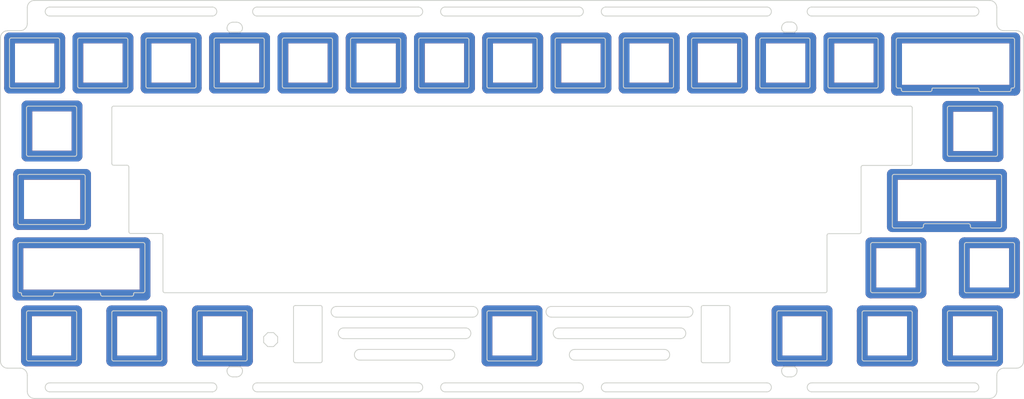
<source format=kicad_pcb>
(kicad_pcb (version 20211014) (generator pcbnew)

  (general
    (thickness 1.6)
  )

  (paper "A3")
  (layers
    (0 "F.Cu" signal)
    (31 "B.Cu" signal)
    (32 "B.Adhes" user "B.Adhesive")
    (33 "F.Adhes" user "F.Adhesive")
    (34 "B.Paste" user)
    (35 "F.Paste" user)
    (36 "B.SilkS" user "B.Silkscreen")
    (37 "F.SilkS" user "F.Silkscreen")
    (38 "B.Mask" user)
    (39 "F.Mask" user)
    (40 "Dwgs.User" user "User.Drawings")
    (41 "Cmts.User" user "User.Comments")
    (42 "Eco1.User" user "User.Eco1")
    (43 "Eco2.User" user "User.Eco2")
    (44 "Edge.Cuts" user)
    (45 "Margin" user)
    (46 "B.CrtYd" user "B.Courtyard")
    (47 "F.CrtYd" user "F.Courtyard")
    (48 "B.Fab" user)
    (49 "F.Fab" user)
    (50 "User.1" user)
    (51 "User.2" user)
    (52 "User.3" user)
    (53 "User.4" user)
    (54 "User.5" user)
    (55 "User.6" user)
    (56 "User.7" user)
    (57 "User.8" user)
    (58 "User.9" user)
  )

  (setup
    (pad_to_mask_clearance 0)
    (pcbplotparams
      (layerselection 0x00010fc_ffffffff)
      (disableapertmacros false)
      (usegerberextensions false)
      (usegerberattributes true)
      (usegerberadvancedattributes true)
      (creategerberjobfile true)
      (svguseinch false)
      (svgprecision 6)
      (excludeedgelayer true)
      (plotframeref false)
      (viasonmask false)
      (mode 1)
      (useauxorigin false)
      (hpglpennumber 1)
      (hpglpenspeed 20)
      (hpglpendiameter 15.000000)
      (dxfpolygonmode true)
      (dxfimperialunits true)
      (dxfusepcbnewfont true)
      (psnegative false)
      (psa4output false)
      (plotreference true)
      (plotvalue true)
      (plotinvisibletext false)
      (sketchpadsonfab false)
      (subtractmaskfromsilk false)
      (outputformat 1)
      (mirror false)
      (drillshape 0)
      (scaleselection 1)
      (outputdirectory "gerbres/")
    )
  )

  (net 0 "")

  (gr_line (start 152.76 108.3) (end 152.76 94.3) (layer "F.Cu") (width 3) (tstamp 029732dc-c5e7-4f8a-8758-1e329a25edcf))
  (gr_line (start 338.1 94.3) (end 305.1 94.3) (layer "F.Cu") (width 3) (tstamp 0430b932-b6f2-403b-a1c1-6badb8aa7bef))
  (gr_line (start 76.2 127.3) (end 76.2 113.3) (layer "F.Cu") (width 3) (tstamp 06da30ee-ebf9-4476-a790-489c0069b05f))
  (gr_line (start 309.5 184.5) (end 295.5 184.5) (layer "F.Cu") (width 3) (tstamp 0aaba706-59cb-4004-956f-f4246ce81c7e))
  (gr_line (start 338.1 108.9) (end 338.1 94.3) (layer "F.Cu") (width 3) (tstamp 0bc39dd2-8945-4b0e-8e02-418dc1ebb925))
  (gr_line (start 59.9 132.4) (end 59.9 146.4) (layer "F.Cu") (width 3) (tstamp 0bd0a149-7a3e-4fc2-8e4a-761113329f5a))
  (gr_line (start 295.5 170.5) (end 309.5 170.5) (layer "F.Cu") (width 3) (tstamp 118cacbd-67c0-42de-b6bf-2b87360cb5f6))
  (gr_line (start 333.4 127.4) (end 319.4 127.4) (layer "F.Cu") (width 3) (tstamp 11ceaf75-8d99-428b-af71-28d6550dd656))
  (gr_line (start 223.94 108.3) (end 223.94 94.3) (layer "F.Cu") (width 3) (tstamp 141496c5-b22a-4678-9cbb-28e5d61ade45))
  (gr_line (start 267.12 108.3) (end 267.12 94.3) (layer "F.Cu") (width 3) (tstamp 16cc2688-e509-4d3a-8156-8de73393d797))
  (gr_line (start 62.2 113.3) (end 76.2 113.3) (layer "F.Cu") (width 3) (tstamp 17d01a35-56c5-4b32-9265-5cdaeb0b50be))
  (gr_line (start 133.7 108.3) (end 133.7 94.3) (layer "F.Cu") (width 3) (tstamp 17f77bf4-faf5-480d-a03a-34190d592a4c))
  (gr_line (start 166.76 108.3) (end 152.76 108.3) (layer "F.Cu") (width 3) (tstamp 1871b157-0524-4906-9dfd-52aa20a3d8f5))
  (gr_line (start 71.38 108.3) (end 71.38 94.3) (layer "F.Cu") (width 3) (tstamp 18d8e9f9-e010-4f69-964d-15a1a4e91868))
  (gr_line (start 57.38 108.3) (end 57.38 94.3) (layer "F.Cu") (width 3) (tstamp 1b70b0e5-a71f-41f1-83a2-8abf2d0d47c5))
  (gr_line (start 62.1 170.5) (end 76.1 170.5) (layer "F.Cu") (width 3) (tstamp 1f0ca8f1-93c5-4d2c-8d88-09f7157f4b9e))
  (gr_line (start 85.9 170.5) (end 99.9 170.5) (layer "F.Cu") (width 3) (tstamp 209cf57c-21ef-4d04-928b-01aa591b968c))
  (gr_line (start 147.7 108.3) (end 147.7 94.3) (layer "F.Cu") (width 3) (tstamp 23b11fa8-a343-407d-945b-9067674749cb))
  (gr_line (start 209.94 108.3) (end 209.94 94.3) (layer "F.Cu") (width 3) (tstamp 2441a01a-bc95-4d66-b035-45029ca08dc8))
  (gr_line (start 297.9 151.5) (end 311.9 151.5) (layer "F.Cu") (width 3) (tstamp 2902578d-58bf-4c8d-ad2d-814599794f00))
  (gr_line (start 271.7 184.5) (end 271.7 170.5) (layer "F.Cu") (width 3) (tstamp 2a23f679-5fb1-478a-ba0f-c1f0daa36c8f))
  (gr_line (start 281.12 108.3) (end 281.12 94.3) (layer "F.Cu") (width 3) (tstamp 2a2ca346-5e6f-493f-a649-65fce60bd78e))
  (gr_line (start 324 165.5) (end 324 151.5) (layer "F.Cu") (width 3) (tstamp 2b94e704-4ba7-4ae7-a08e-91cfdec3ce73))
  (gr_line (start 324 151.5) (end 338 151.5) (layer "F.Cu") (width 3) (tstamp 313177ec-99f8-4165-bdec-6fc17db5deb0))
  (gr_line (start 333.3 184.5) (end 333.3 170.5) (layer "F.Cu") (width 3) (tstamp 33799ed0-6f6f-48ce-8077-c612885f2ef4))
  (gr_line (start 152.76 94.3) (end 166.76 94.3) (layer "F.Cu") (width 3) (tstamp 36301267-b7bc-4a66-b7ed-f008a1e331c1))
  (gr_line (start 57.38 94.3) (end 71.38 94.3) (layer "F.Cu") (width 3) (tstamp 3a50a747-d351-4b7d-9651-9f48c6a90059))
  (gr_line (start 85.9 184.5) (end 85.9 170.5) (layer "F.Cu") (width 3) (tstamp 3b7f493e-1516-4775-af34-7974f4d98b75))
  (gr_line (start 133.7 94.3) (end 147.7 94.3) (layer "F.Cu") (width 3) (tstamp 3c0389f5-f405-44d7-a6e1-e3d8dd6130db))
  (gr_line (start 319.4 113.4) (end 333.4 113.4) (layer "F.Cu") (width 3) (tstamp 3ee84b84-caf5-4de6-b800-a99985e32ca8))
  (gr_line (start 311.9 165.5) (end 311.9 151.5) (layer "F.Cu") (width 3) (tstamp 3f69abca-63ae-4fc3-a922-ddb132c675ad))
  (gr_line (start 204.88 108.3) (end 204.88 94.3) (layer "F.Cu") (width 3) (tstamp 3f8e2e2d-99eb-40a3-b5e8-7f8d6100b54f))
  (gr_line (start 209.94 94.3) (end 223.94 94.3) (layer "F.Cu") (width 3) (tstamp 44e5bd4a-5c23-4b39-8c69-e9ed0f049c71))
  (gr_line (start 128.6 108.3) (end 128.6 94.3) (layer "F.Cu") (width 3) (tstamp 45258d6d-e994-4bc2-921a-fbf4b9914486))
  (gr_line (start 286.18 108.3) (end 286.18 94.3) (layer "F.Cu") (width 3) (tstamp 46ca214b-cc0a-496f-beff-a1fe826a0b64))
  (gr_line (start 78.6 146.4) (end 78.6 132.4) (layer "F.Cu") (width 3) (tstamp 471d9d04-9baa-4a9a-a553-292659156159))
  (gr_line (start 223.94 108.3) (end 209.94 108.3) (layer "F.Cu") (width 3) (tstamp 489eacad-8957-4f6e-b093-978509e99b8b))
  (gr_line (start 305.1 108.9) (end 305.1 94.3) (layer "F.Cu") (width 3) (tstamp 4a3a27ac-3ad3-481d-b321-78b40cd68a7d))
  (gr_line (start 338 165.5) (end 338 151.5) (layer "F.Cu") (width 3) (tstamp 4d3d7a36-5484-4f9b-a3a4-c59ea6033d19))
  (gr_line (start 76.44 94.3) (end 90.44 94.3) (layer "F.Cu") (width 3) (tstamp 5334bb80-b563-4849-ad94-0ae67776158e))
  (gr_line (start 62.1 184.5) (end 62.1 170.5) (layer "F.Cu") (width 3) (tstamp 54d2301a-c44b-4b58-9c9b-c9a34b6f94a9))
  (gr_line (start 309.5 184.5) (end 309.5 170.5) (layer "F.Cu") (width 3) (tstamp 57ff1cda-2a70-42de-aadd-631db690ccae))
  (gr_line (start 319.3 184.5) (end 319.3 170.5) (layer "F.Cu") (width 3) (tstamp 59517d0e-aaf3-45f4-ba1b-9262a7f8bbaf))
  (gr_line (start 109.5 108.3) (end 109.5 94.3) (layer "F.Cu") (width 3) (tstamp 5b4723ad-49c9-41dd-bd25-c50bb6055975))
  (gr_line (start 300.18 108.3) (end 300.18 94.3) (layer "F.Cu") (width 3) (tstamp 5b763f7b-6c44-4b82-bf39-9b74cad38d9b))
  (gr_line (start 114.6 108.3) (end 114.6 94.3) (layer "F.Cu") (width 3) (tstamp 5e9e2303-81e4-4a66-a706-b6935d2823a1))
  (gr_line (start 334.4 147) (end 334.4 132.4) (layer "F.Cu") (width 3) (tstamp 622bb1ef-ca23-4e8e-b980-981d0b91fd50))
  (gr_line (start 281.12 108.3) (end 267.12 108.3) (layer "F.Cu") (width 3) (tstamp 694fb26a-5904-476f-b4d8-abba08420450))
  (gr_line (start 204.7 184.5) (end 190.7 184.5) (layer "F.Cu") (width 3) (tstamp 6a2b9ea0-1b1e-406e-96c1-d246d93bd50b))
  (gr_line (start 243 108.3) (end 243 94.3) (layer "F.Cu") (width 3) (tstamp 6d788903-22aa-4364-8349-ef134ea07240))
  (gr_line (start 90.44 108.3) (end 90.44 94.3) (layer "F.Cu") (width 3) (tstamp 6ff11af0-e6da-4e3d-9eab-728ac5e20a4e))
  (gr_line (start 76.1 184.5) (end 76.1 170.5) (layer "F.Cu") (width 3) (tstamp 718d357c-936c-45f2-8467-415f0d3294a9))
  (gr_line (start 95.2 166.1) (end 59.7 166.1) (layer "F.Cu") (width 3) (tstamp 739f0143-cc48-44f8-82dd-6fde3043e1a1))
  (gr_line (start 59.9 132.4) (end 78.6 132.4) (layer "F.Cu") (width 3) (tstamp 741cc020-a2fe-4b56-afd7-c336f8400906))
  (gr_line (start 262.06 108.3) (end 248.06 108.3) (layer "F.Cu") (width 3) (tstamp 7b006d8f-3281-4b7b-9d38-8f736d4effae))
  (gr_line (start 123.8 184.5) (end 109.8 184.5) (layer "F.Cu") (width 3) (tstamp 7f79f07d-2d92-43a0-b2e4-eaecb095ad19))
  (gr_line (start 166.76 108.3) (end 166.76 94.3) (layer "F.Cu") (width 3) (tstamp 7fcdee89-c3c6-446c-821b-2d7c4c6c6d3a))
  (gr_line (start 99.9 184.5) (end 99.9 170.5) (layer "F.Cu") (width 3) (tstamp 811aa0e0-0987-4614-a89f-dffc558a2598))
  (gr_line (start 334.4 147) (end 303.9 147.00065) (layer "F.Cu") (width 3) (tstamp 85948976-ed3a-4af7-a202-1e0e4735b757))
  (gr_line (start 185.82 108.3) (end 185.82 94.3) (layer "F.Cu") (width 3) (tstamp 87993bc6-ad2c-491d-8484-60e8e6683523))
  (gr_line (start 114.6 94.3) (end 128.6 94.3) (layer "F.Cu") (width 3) (tstamp 8a13bdd3-ea2f-4f49-aac5-9a6fd62c8f3e))
  (gr_line (start 295.5 184.5) (end 295.5 170.5) (layer "F.Cu") (width 3) (tstamp 8b92736a-3b5f-462b-a124-592ac9a64f4e))
  (gr_line (start 71.38 108.3) (end 57.38 108.3) (layer "F.Cu") (width 3) (tstamp 8b934450-62fb-4e2c-8115-64764c91f3fd))
  (gr_line (start 229 94.3) (end 243 94.3) (layer "F.Cu") (width 3) (tstamp 8bef8f2a-de7c-409b-99ac-e1aa482a0924))
  (gr_line (start 128.6 108.3) (end 114.6 108.3) (layer "F.Cu") (width 3) (tstamp 8dd671e0-e226-4eff-94cb-1f3ede5ee40a))
  (gr_line (start 262.06 108.3) (end 262.06 94.3) (layer "F.Cu") (width 3) (tstamp 90a6328f-82bc-4ad1-b61d-2ddb8c24ee28))
  (gr_line (start 109.8 184.5) (end 109.8 170.5) (layer "F.Cu") (width 3) (tstamp 92cd6f2c-cc2e-4483-9c85-0436bccc9e35))
  (gr_line (start 338.1 108.9) (end 305.1 108.9) (layer "F.Cu") (width 3) (tstamp 99913ca2-1a2f-478e-ba43-3bcc5d105147))
  (gr_line (start 285.7 184.5) (end 271.7 184.5) (layer "F.Cu") (width 3) (tstamp 9e061301-c845-4c0d-8cba-092355a50cfa))
  (gr_line (start 271.7 170.5) (end 285.7 170.5) (layer "F.Cu") (width 3) (tstamp 9fa2bc34-dd19-4699-a93d-95c7cfa3c84f))
  (gr_line (start 285.7 184.5) (end 285.7 170.5) (layer "F.Cu") (width 3) (tstamp 9fc0dd59-5c82-4f2e-ae4f-db8d0d08eaae))
  (gr_line (start 76.1 184.5) (end 62.1 184.5) (layer "F.Cu") (width 3) (tstamp a1b9daf6-1e45-49e4-8cac-95cc49c7c543))
  (gr_line (start 303.9 147.00065) (end 303.9 132.40065) (layer "F.Cu") (width 3) (tstamp a1ec1644-e3cf-43fd-9125-48c9706daa2c))
  (gr_line (start 319.4 127.4) (end 319.4 113.4) (layer "F.Cu") (width 3) (tstamp a684f6d5-3348-469e-9cb7-e432c0d3cef5))
  (gr_line (start 190.88 108.3) (end 190.88 94.3) (layer "F.Cu") (width 3) (tstamp aa1c7a25-06fa-4ba7-90e4-f98ff4ecd029))
  (gr_line (start 62.2 127.3) (end 62.2 113.3) (layer "F.Cu") (width 3) (tstamp aa6c5130-7692-46f0-891e-dcabce5098c8))
  (gr_line (start 109.8 170.5) (end 123.8 170.5) (layer "F.Cu") (width 3) (tstamp ab4fef96-65e3-4de7-9bf1-80ca2c3586e5))
  (gr_line (start 300.18 108.3) (end 286.18 108.3) (layer "F.Cu") (width 3) (tstamp ac1a0f2e-5751-4574-a61f-20ebe1f9293f))
  (gr_line (start 76.2 127.3) (end 62.2 127.3) (layer "F.Cu") (width 3) (tstamp ad07a49a-95dd-4915-9abf-0c0af05f388d))
  (gr_line (start 190.88 94.3) (end 204.88 94.3) (layer "F.Cu") (width 3) (tstamp af85961d-aafe-4f54-8f0b-855d891b0458))
  (gr_line (start 229 108.3) (end 229 94.3) (layer "F.Cu") (width 3) (tstamp af900050-4aba-400a-938a-9604acca4e69))
  (gr_line (start 204.7 170.5) (end 204.7 184.5) (layer "F.Cu") (width 3) (tstamp b19c5a78-8a4a-44b1-8652-e4732db31824))
  (gr_line (start 267.12 94.3) (end 281.12 94.3) (layer "F.Cu") (width 3) (tstamp b295e791-7c4e-4b7e-b0ae-6549b86c292a))
  (gr_line (start 95.5 108.3) (end 95.5 94.3) (layer "F.Cu") (width 3) (tstamp b3295007-7967-4e42-a90c-c84e6e8818a8))
  (gr_line (start 171.82 94.3) (end 185.82 94.3) (layer "F.Cu") (width 3) (tstamp ba856efd-76f2-4eb5-b70e-bf8f5486606f))
  (gr_line (start 311.9 165.5) (end 297.9 165.5) (layer "F.Cu") (width 3) (tstamp bbe09e58-bfc2-4f14-bed2-a207b99f4a28))
  (gr_line (start 78.6 146.4) (end 59.9 146.4) (layer "F.Cu") (width 3) (tstamp bc3266d6-93a4-473c-bf2b-1a7f5549b8bd))
  (gr_line (start 319.3 170.5) (end 333.3 170.5) (layer "F.Cu") (width 3) (tstamp bf9685c9-7f78-4653-9f6b-4cd1940eada5))
  (gr_line (start 123.8 184.5) (end 123.8 170.5) (layer "F.Cu") (width 3) (tstamp c15797d8-3ba3-4348-8ea0-cf190d74c141))
  (gr_line (start 59.7 166.1) (end 59.7 151.5) (layer "F.Cu") (width 3) (tstamp c53ee17f-187f-403d-bdb6-04610e964537))
  (gr_line (start 334.4 132.4) (end 303.9 132.40065) (layer "F.Cu") (width 3) (tstamp c91aa4ec-5223-4095-b68f-0f7ecafbd653))
  (gr_line (start 185.82 108.3) (end 171.82 108.3) (layer "F.Cu") (width 3) (tstamp c9789f02-9165-40c4-a499-c00e14155665))
  (gr_line (start 297.9 165.5) (end 297.9 151.5) (layer "F.Cu") (width 3) (tstamp ca586431-16d8-49c4-a072-117a26599a88))
  (gr_line (start 95.2 151.5) (end 59.7 151.5) (layer "F.Cu") (width 3) (tstamp ca88290e-5ff0-49ca-a5fd-1e93e64ce9a8))
  (gr_line (start 95.2 166.1) (end 95.2 151.5) (layer "F.Cu") (width 3) (tstamp ce7884f2-460b-46aa-abf8-0d21b9bc82c7))
  (gr_line (start 338 165.5) (end 324 165.5) (layer "F.Cu") (width 3) (tstamp d15ff315-54ee-4463-8b7f-71ce37c3c06f))
  (gr_line (start 76.44 108.3) (end 76.44 94.3) (layer "F.Cu") (width 3) (tstamp d7c8a493-ab98-4687-a712-c909f03fc1a5))
  (gr_line (start 248.06 94.3) (end 262.06 94.3) (layer "F.Cu") (width 3) (tstamp d8999729-10e6-4534-8c05-ec8dc9c31672))
  (gr_line (start 248.06 108.3) (end 248.06 94.3) (layer "F.Cu") (width 3) (tstamp d8c86b6e-d216-4bcc-bfb5-fe2cb37dcfa3))
  (gr_line (start 171.82 108.3) (end 171.82 94.3) (layer "F.Cu") (width 3) (tstamp dae57391-f675-4824-bc9b-0d010258dd2b))
  (gr_line (start 204.7 170.5) (end 190.7 170.5) (layer "F.Cu") (width 3) (tstamp db392de9-1d72-480c-b807-b9d26f5983f5))
  (gr_line (start 204.88 108.3) (end 190.88 108.3) (layer "F.Cu") (width 3) (tstamp e2fb97ee-d6c4-43e0-9061-b5404c6b2dc9))
  (gr_line (start 333.3 184.5) (end 319.3 184.5) (layer "F.Cu") (width 3) (tstamp ea6d9a58-2012-409d-b080-0a1fd882c457))
  (gr_line (start 286.18 94.3) (end 300.18 94.3) (layer "F.Cu") (width 3) (tstamp eadf0082-d4ff-4a55-9c64-b5e6b30c40a7))
  (gr_line (start 95.5 94.3) (end 109.5 94.3) (layer "F.Cu") (width 3) (tstamp eea0ffd6-f3cf-447b-ab47-6f61fd8e5057))
  (gr_line (start 190.7 184.5) (end 190.7 170.5) (layer "F.Cu") (width 3) (tstamp f2b9a176-0f9d-4b0e-ac6b-cf650e3765c8))
  (gr_line (start 147.7 108.3) (end 133.7 108.3) (layer "F.Cu") (width 3) (tstamp f2f3dea2-89c6-4453-813d-9b71ebebf662))
  (gr_line (start 109.5 108.3) (end 95.5 108.3) (layer "F.Cu") (width 3) (tstamp f4df7856-51e5-4c4c-98b3-4df311fc4389))
  (gr_line (start 243 108.3) (end 229 108.3) (layer "F.Cu") (width 3) (tstamp f79d473b-b154-4c13-8f52-95db1ce17ccc))
  (gr_line (start 99.9 184.5) (end 85.9 184.5) (layer "F.Cu") (width 3) (tstamp f841760d-0e62-4fd5-8a15-9bb4b2bf13e5))
  (gr_line (start 90.44 108.3) (end 76.44 108.3) (layer "F.Cu") (width 3) (tstamp fc517075-4c1a-4784-8f4b-970f4b01e390))
  (gr_line (start 333.4 127.4) (end 333.4 113.4) (layer "F.Cu") (width 3) (tstamp fce4137b-5950-4080-b710-014244783738))
  (gr_line (start 243 94.3) (end 243 108.3) (layer "B.Cu") (width 3) (tstamp 03dfb0d7-f259-406d-9fdb-4618f1cc7741))
  (gr_line (start 190.7 184.5) (end 190.7 170.5) (layer "B.Cu") (width 3) (tstamp 0436fd79-3057-4b24-bc7f-406dbf2a0d6d))
  (gr_line (start 229 94.3) (end 229 108.3) (layer "B.Cu") (width 3) (tstamp 05740f54-077b-427d-b3e2-1bf0552c4ee4))
  (gr_line (start 78.6 146.4) (end 78.6 132.4) (layer "B.Cu") (width 3) (tstamp 06d662a3-9698-483f-b62f-d72f55b136c1))
  (gr_line (start 78.6 146.4) (end 59.9 146.4) (layer "B.Cu") (width 3) (tstamp 0741b7d5-b263-4fb7-ba85-7c86bcb56917))
  (gr_line (start 76.2 113.3) (end 76.2 127.3) (layer "B.Cu") (width 3) (tstamp 07595d4b-67ed-43e1-b414-c0e582333987))
  (gr_line (start 223.94 108.3) (end 209.94 108.3) (layer "B.Cu") (width 3) (tstamp 0c86c8e0-0935-4e98-b40e-b9b4af3a0b2a))
  (gr_line (start 109.8 170.5) (end 123.8 170.5) (layer "B.Cu") (width 3) (tstamp 0fd5327d-235e-4c82-bd4a-6ff2a07de170))
  (gr_line (start 262.06 108.3) (end 248.06 108.3) (layer "B.Cu") (width 3) (tstamp 1190eadd-f8ec-4f84-9e6f-173b3c5d3825))
  (gr_line (start 76.1 184.5) (end 62.1 184.5) (layer "B.Cu") (width 3) (tstamp 132d700e-1f67-43e5-a509-399b6e2aa792))
  (gr_line (start 309.5 184.5) (end 295.5 184.5) (layer "B.Cu") (width 3) (tstamp 1375de5a-880c-4e17-9fe4-70f12f894c8e))
  (gr_line (start 248.06 94.3) (end 262.06 94.3) (layer "B.Cu") (width 3) (tstamp 146f38c4-e505-47d5-8637-5b7a8ab24d04))
  (gr_line (start 76.44 94.3) (end 90.44 94.3) (layer "B.Cu") (width 3) (tstamp 197122b0-b785-4a82-b990-a3df2f7281d3))
  (gr_line (start 334.4 132.4) (end 334.4 147) (layer "B.Cu") (width 3) (tstamp 1d0529e2-3897-44f0-9a56-ba5da708633e))
  (gr_line (start 59.9 132.4) (end 59.9 146.4) (layer "B.Cu") (width 3) (tstamp 24e75007-29d9-40fd-8c39-fe1da1b07e18))
  (gr_line (start 123.8 184.5) (end 109.8 184.5) (layer "B.Cu") (width 3) (tstamp 27d2749b-cf24-461d-bf26-e20b55553803))
  (gr_line (start 95.2 166.1) (end 59.7 166.1) (layer "B.Cu") (width 3) (tstamp 28e82495-b07c-40c7-9cc1-f139a65b241f))
  (gr_line (start 171.82 94.3) (end 171.82 108.3) (layer "B.Cu") (width 3) (tstamp 2942e666-0393-4e7a-92e1-a1f1739320ac))
  (gr_line (start 62.2 113.3) (end 62.2 127.3) (layer "B.Cu") (width 3) (tstamp 2b0d5f79-e183-468a-8004-b81c026509a0))
  (gr_line (start 309.5 170.5) (end 309.5 184.5) (layer "B.Cu") (width 3) (tstamp 2c2f4e2d-7c30-4590-890f-202bd8c18d92))
  (gr_line (start 76.2 127.3) (end 62.2 127.3) (layer "B.Cu") (width 3) (tstamp 2ea81321-c04f-47ca-9e18-452411d98a61))
  (gr_line (start 95.2 151.5) (end 59.7 151.5) (layer "B.Cu") (width 3) (tstamp 38d8d9bc-c900-4d8b-add1-f657d94285f4))
  (gr_line (start 90.44 94.3) (end 90.44 108.3) (layer "B.Cu") (width 3) (tstamp 3ac7e18d-ece7-4527-a3ec-4e052917a208))
  (gr_line (start 90.44 108.3) (end 76.44 108.3) (layer "B.Cu") (width 3) (tstamp 3b0ca357-343b-479a-89e7-320f7f674f0c))
  (gr_line (start 333.3 184.5) (end 319.3 184.5) (layer "B.Cu") (width 3) (tstamp 3ec25ee9-0e3e-4c83-8aa4-07bebc7d3195))
  (gr_line (start 190.7 170.5) (end 204.7 170.5) (layer "B.Cu") (width 3) (tstamp 400daef7-9727-4894-8d2b-e99e84e0ba9f))
  (gr_line (start 248.06 94.3) (end 248.06 108.3) (layer "B.Cu") (width 3) (tstamp 43566907-c26a-4903-802e-31d30ab6f723))
  (gr_line (start 243 108.3) (end 229 108.3) (layer "B.Cu") (width 3) (tstamp 44754135-5de9-4645-8eef-413d2bca35ed))
  (gr_line (start 123.8 170.5) (end 123.8 184.5) (layer "B.Cu") (width 3) (tstamp 4a58acbd-be07-4e2d-b33c-5c46b615de0a))
  (gr_line (start 295.5 170.5) (end 295.5 184.5) (layer "B.Cu") (width 3) (tstamp 4abb2f4a-fe1e-4fc0-9f97-070aaa241429))
  (gr_line (start 59.9 132.4) (end 78.6 132.4) (layer "B.Cu") (width 3) (tstamp 4cfab366-8041-4848-b5dc-013141b39367))
  (gr_line (start 71.38 94.3) (end 71.38 108.3) (layer "B.Cu") (width 3) (tstamp 4ffe48ee-3c06-4e1c-8f34-cb8e29f6fd4e))
  (gr_line (start 76.44 94.3) (end 76.44 108.3) (layer "B.Cu") (width 3) (tstamp 52a98bc8-fdab-4af5-a8f8-06a719919ce5))
  (gr_line (start 128.6 94.3) (end 128.6 108.3) (layer "B.Cu") (width 3) (tstamp 538aa2f5-5749-445a-8c44-5a9d7a13a005))
  (gr_line (start 262.06 94.3) (end 262.06 108.3) (layer "B.Cu") (width 3) (tstamp 557526e7-9c46-448c-b911-6cc725dfb963))
  (gr_line (start 62.1 170.5) (end 76.1 170.5) (layer "B.Cu") (width 3) (tstamp 55a0fca8-f031-45c2-a802-7135398b3a40))
  (gr_line (start 324 151.5) (end 338 151.5) (layer "B.Cu") (width 3) (tstamp 55e4cedc-d0ce-41e1-a8b4-0c3f0ec89b88))
  (gr_line (start 319.3 170.5) (end 333.3 170.5) (layer "B.Cu") (width 3) (tstamp 56963da8-fcc7-48c3-aa07-de30fd75a807))
  (gr_line (start 338 151.5) (end 338 165.5) (layer "B.Cu") (width 3) (tstamp 599a6971-8def-4680-a5c4-f66eb175c091))
  (gr_line (start 166.76 108.3) (end 152.76 108.3) (layer "B.Cu") (width 3) (tstamp 5c22956f-8e9c-4037-828b-e86641fde461))
  (gr_line (start 281.12 108.3) (end 267.12 108.3) (layer "B.Cu") (width 3) (tstamp 5d62a4d4-3639-4d89-ab45-03dd1997e34a))
  (gr_line (start 297.9 151.5) (end 297.9 165.5) (layer "B.Cu") (width 3) (tstamp 623d6368-c4ee-42a4-882a-a24ec3ffe6ac))
  (gr_line (start 190.88 94.3) (end 204.88 94.3) (layer "B.Cu") (width 3) (tstamp 6565b2ea-11e6-4ae5-a1b1-4eb3bcc102e1))
  (gr_line (start 223.94 94.3) (end 223.94 108.3) (layer "B.Cu") (width 3) (tstamp 688a5e46-3f55-46f9-8ed1-4a327e6d9cef))
  (gr_line (start 209.94 94.3) (end 209.94 108.3) (layer "B.Cu") (width 3) (tstamp 68e44fc7-8e53-4915-9bb0-c21f9da343ea))
  (gr_line (start 285.7 170.5) (end 285.7 184.5) (layer "B.Cu") (width 3) (tstamp 69a1c7a7-681c-481d-9893-05b94812c8ac))
  (gr_line (start 286.18 94.3) (end 300.18 94.3) (layer "B.Cu") (width 3) (tstamp 6b0a46af-78b3-4c01-a3c1-170dc6bdb896))
  (gr_line (start 59.7 151.5) (end 59.7 166.1) (layer "B.Cu") (width 3) (tstamp 6cbaca84-10ef-4307-a5d8-7ea46f7431a2))
  (gr_line (start 62.1 170.5) (end 62.1 184.5) (layer "B.Cu") (width 3) (tstamp 6fb72971-36e8-48ab-8044-cfa0421c4cd6))
  (gr_line (start 267.12 94.3) (end 281.12 94.3) (layer "B.Cu") (width 3) (tstamp 6ff71b5f-9e07-45c6-a36c-d7867c21618f))
  (gr_line (start 267.12 94.3) (end 267.12 108.3) (layer "B.Cu") (width 3) (tstamp 73b4e663-b42a-40af-89e8-ce23152374e4))
  (gr_line (start 152.76 94.3) (end 166.76 94.3) (layer "B.Cu") (width 3) (tstamp 757947bb-21ea-40d5-8763-67fc4ed2e3c2))
  (gr_line (start 57.38 94.3) (end 71.38 94.3) (layer "B.Cu") (width 3) (tstamp 7715fab8-1113-423e-8330-4db351264bc2))
  (gr_line (start 305.1 94.3) (end 305.1 108.9) (layer "B.Cu") (width 3) (tstamp 780cf8dc-c738-442b-b5ac-1951b198592d))
  (gr_line (start 285.7 184.5) (end 271.7 184.5) (layer "B.Cu") (width 3) (tstamp 791118b6-54aa-4ac5-94dd-9636f5521141))
  (gr_line (start 114.6 94.3) (end 128.6 94.3) (layer "B.Cu") (width 3) (tstamp 79cd63f3-5cff-4498-82cc-6e1fefd946a3))
  (gr_line (start 334.4 132.4) (end 303.9 132.40065) (layer "B.Cu") (width 3) (tstamp 7a15521d-ec6f-4a1d-abfd-9ffd69cde6a5))
  (gr_line (start 99.9 184.5) (end 85.9 184.5) (layer "B.Cu") (width 3) (tstamp 7bca6d4b-b3df-4f16-a334-d958d191d18c))
  (gr_line (start 185.82 94.3) (end 185.82 108.3) (layer "B.Cu") (width 3) (tstamp 84bb5fa4-ca0b-4a13-be4c-5b25ca9794e7))
  (gr_line (start 300.18 94.3) (end 300.18 108.3) (layer "B.Cu") (width 3) (tstamp 8629f71d-232c-4630-a633-1a5312e9aaf9))
  (gr_line (start 57.38 94.3) (end 57.38 108.3) (layer "B.Cu") (width 3) (tstamp 894845d6-3637-4bda-8050-e6a1d275de1c))
  (gr_line (start 204.88 94.3) (end 204.88 108.3) (layer "B.Cu") (width 3) (tstamp 894e9d23-a6eb-42b0-a194-29f7a4ad1623))
  (gr_line (start 271.7 170.5) (end 285.7 170.5) (layer "B.Cu") (width 3) (tstamp 8eb62f46-c5ce-4313-aaf6-eb95eff01ca3))
  (gr_line (start 311.9 151.5) (end 311.9 165.5) (layer "B.Cu") (width 3) (tstamp 905271c1-785a-4479-a428-fa6ff8b98b53))
  (gr_line (start 133.7 94.3) (end 147.7 94.3) (layer "B.Cu") (width 3) (tstamp 90b4cf0b-7f62-4cba-92f1-9828de9d42d7))
  (gr_line (start 319.4 113.4) (end 333.4 113.4) (layer "B.Cu") (width 3) (tstamp 913022f3-425b-423d-af95-6fe8bd903d81))
  (gr_line (start 338.1 108.9) (end 305.1 108.9) (layer "B.Cu") (width 3) (tstamp 928cce32-f77b-43a1-9e56-fac3946ef7fb))
  (gr_line (start 95.5 94.3) (end 109.5 94.3) (layer "B.Cu") (width 3) (tstamp 92e98336-6cc2-4460-a494-fe133f0f1890))
  (gr_line (start 152.76 94.3) (end 152.76 108.3) (layer "B.Cu") (width 3) (tstamp 984c5971-2144-46b0-9ffe-fd2637bb7712))
  (gr_line (start 190.7 184.5) (end 204.7 184.5) (layer "B.Cu") (width 3) (tstamp 99c0e03e-33c9-4ddc-aee0-bed1c3fe2045))
  (gr_line (start 333.4 113.4) (end 333.4 127.4) (layer "B.Cu") (width 3) (tstamp 9bb3396a-f657-4c24-a848-dcd4047937e9))
  (gr_line (start 95.5 94.3) (end 95.5 108.3) (layer "B.Cu") (width 3) (tstamp 9f696024-b373-437c-9472-84208ab18a2f))
  (gr_line (start 334.4 147) (end 303.9 147.00065) (layer "B.Cu") (width 3) (tstamp 9f7a9e36-28da-47fd-925b-4f327e2b5dee))
  (gr_line (start 71.38 108.3) (end 57.38 108.3) (layer "B.Cu") (width 3) (tstamp 9f9930db-1cf8-45fa-bc4b-3c2e8d41699b))
  (gr_line (start 297.9 151.5) (end 311.9 151.5) (layer "B.Cu") (width 3) (tstamp a5709bc2-f523-45e8-866d-29ba31dda89d))
  (gr_line (start 271.7 170.5) (end 271.7 184.5) (layer "B.Cu") (width 3) (tstamp a5fea6e4-73df-42e0-8a6b-e77b2953887b))
  (gr_line (start 133.7 94.3) (end 133.7 108.3) (layer "B.Cu") (width 3) (tstamp a912c721-1da5-45fe-9ba7-ff1385068a35))
  (gr_line (start 333.3 170.5) (end 333.3 184.5) (layer "B.Cu") (width 3) (tstamp aad7ba09-2074-4903-98d3-0da62268112b))
  (gr_line (start 99.9 170.5) (end 99.9 184.5) (layer "B.Cu") (width 3) (tstamp affbe61e-ae4a-4c07-a472-d6cd13b4c89d))
  (gr_line (start 338.1 94.3) (end 305.1 94.3) (layer "B.Cu") (width 3) (tstamp b2d61260-0e82-4ef8-a57d-bc3e26171842))
  (gr_line (start 114.6 94.3) (end 114.6 108.3) (layer "B.Cu") (width 3) (tstamp b394f493-0657-41b5-af69-d8b0ac09bdf2))
  (gr_line (start 281.12 94.3) (end 281.12 108.3) (layer "B.Cu") (width 3) (tstamp b45d9217-61d3-4e2e-95f4-c25236642664))
  (gr_line (start 76.1 170.5) (end 76.1 184.5) (layer "B.Cu") (width 3) (tstamp b98a60f1-ff0a-4cca-a9a7-1d9f5ebca7af))
  (gr_line (start 147.7 94.3) (end 147.7 108.3) (layer "B.Cu") (width 3) (tstamp bcddd90c-0e67-4794-a2b0-1215396df003))
  (gr_line (start 62.2 113.3) (end 76.2 113.3) (layer "B.Cu") (width 3) (tstamp bd01ce65-d4c9-4ca5-b526-fcb43721007a))
  (gr_line (start 109.5 108.3) (end 95.5 108.3) (layer "B.Cu") (width 3) (tstamp becafb10-66ca-4431-b4f8-701da226a6b8))
  (gr_line (start 338.1 94.3) (end 338.1 108.9) (layer "B.Cu") (width 3) (tstamp bf0ce473-daff-4105-bd1d-d72753b5147e))
  (gr_line (start 147.7 108.3) (end 133.7 108.3) (layer "B.Cu") (width 3) (tstamp c0bf7155-0e0f-49a4-8289-269d9de3af01))
  (gr_line (start 209.94 94.3) (end 223.94 94.3) (layer "B.Cu") (width 3) (tstamp c1cbf9b0-a404-4553-af55-a179806c52c7))
  (gr_line (start 171.82 94.3) (end 185.82 94.3) (layer "B.Cu") (width 3) (tstamp c6fc7c02-6b01-4272-b92f-223b115b3425))
  (gr_line (start 109.8 170.5) (end 109.8 184.5) (layer "B.Cu") (width 3) (tstamp c8ca07d9-0832-4f08-8cbc-ccb4581e325b))
  (gr_line (start 85.9 170.5) (end 99.9 170.5) (layer "B.Cu") (width 3) (tstamp cb1c3660-c00e-4abc-9aa2-74f2cbe82695))
  (gr_line (start 85.9 170.5) (end 85.9 184.5) (layer "B.Cu") (width 3) (tstamp ccafcf3a-a5aa-4826-86e6-8e984fc95e36))
  (gr_line (start 333.4 127.4) (end 319.4 127.4) (layer "B.Cu") (width 3) (tstamp cd49aabe-35fb-4ee2-ad3c-2ebb80d560cb))
  (gr_line (start 204.7 170.5) (end 204.7 184.5) (layer "B.Cu") (width 3) (tstamp d3340de7-6e40-41b5-943f-7d1ad006f388))
  (gr_line (start 319.4 113.4) (end 319.4 127.4) (layer "B.Cu") (width 3) (tstamp d46cadf4-c407-4d3e-a517-75b2c1584fcd))
  (gr_line (start 95.2 151.5) (end 95.2 166.1) (layer "B.Cu") (width 3) (tstamp d895db4b-2bfa-457a-89f6-6c202485ac95))
  (gr_line (start 300.18 108.3) (end 286.18 108.3) (layer "B.Cu") (width 3) (tstamp d8c0b372-d461-4423-89c9-022ef5469534))
  (gr_line (start 190.88 94.3) (end 190.88 108.3) (layer "B.Cu") (width 3) (tstamp ddda2bdd-d182-49d0-bba4-f25a559ae2e4))
  (gr_line (start 295.5 170.5) (end 309.5 170.5) (layer "B.Cu") (width 3) (tstamp e2d6f3df-2415-46ee-a701-196a3dea7dd2))
  (gr_line (start 128.6 108.3) (end 114.6 108.3) (layer "B.Cu") (width 3) (tstamp e528ab63-442d-4c06-98f5-708e1b97a443))
  (gr_line (start 338 165.5) (end 324 165.5) (layer "B.Cu") (width 3) (tstamp e6b85edf-6b79-427c-b315-e5d988f5e5c2))
  (gr_line (start 319.3 170.5) (end 319.3 184.5) (layer "B.Cu") (width 3) (tstamp ec2871ba-b5dc-4251-a0dd-453d2933ecd3))
  (gr_line (start 109.5 94.3) (end 109.5 108.3) (layer "B.Cu") (width 3) (tstamp edc9ad0e-dad1-4d24-b830-650f0dc1ad52))
  (gr_line (start 185.82 108.3) (end 171.82 108.3) (layer "B.Cu") (width 3) (tstamp f2e4905c-4ce7-402e-b108-1247c4491b03))
  (gr_line (start 311.9 165.5) (end 297.9 165.5) (layer "B.Cu") (width 3) (tstamp f306f6ae-8435-4984-bae0-f91e4c99cb05))
  (gr_line (start 166.76 94.3) (end 166.76 108.3) (layer "B.Cu") (width 3) (tstamp f3445a44-0522-4630-8472-2221c576666c))
  (gr_line (start 324 151.5) (end 324 165.5) (layer "B.Cu") (width 3) (tstamp f34b70b4-b0ef-4d17-8012-98daacdbba46))
  (gr_line (start 229 94.3) (end 243 94.3) (layer "B.Cu") (width 3) (tstamp f3d68b27-addf-401c-aaa4-3350217bfe9a))
  (gr_line (start 204.88 108.3) (end 190.88 108.3) (layer "B.Cu") (width 3) (tstamp f4f1db99-bb94-4661-9487-d9a087e64506))
  (gr_line (start 303.9 132.40065) (end 303.9 147.00065) (layer "B.Cu") (width 3) (tstamp f6a587ea-4576-4bf9-a402-df20b8bdc649))
  (gr_line (start 286.18 94.3) (end 286.18 108.3) (layer "B.Cu") (width 3) (tstamp fbf223d5-a8a9-4a23-9bbb-cd63ded618bd))
  (gr_line (start 319.4 113.4) (end 319.4 127.4) (layer "B.Mask") (width 3) (tstamp 013c97b9-fd25-4bca-b90f-e6c5869a0411))
  (gr_line (start 109.5 94.3) (end 109.5 108.3) (layer "B.Mask") (width 3) (tstamp 02111f77-d916-4507-b33d-cca2752aae57))
  (gr_line (start 185.82 94.3) (end 185.82 108.3) (layer "B.Mask") (width 3) (tstamp 03413813-83d4-4845-a884-caffb645456a))
  (gr_line (start 333.3 184.5) (end 319.3 184.5) (layer "B.Mask") (width 3) (tstamp 05be5104-1682-4769-aaed-10ae623a760a))
  (gr_line (start 185.82 94.3) (end 171.82 94.3) (layer "B.Mask") (width 3) (tstamp 0f95f443-915f-4246-9637-809dacde1f3d))
  (gr_line (start 85.9 170.5) (end 85.9 184.5) (layer "B.Mask") (width 3) (tstamp 129e6c10-0337-4325-a2db-f086ca95c328))
  (gr_line (start 166.76 94.3) (end 166.76 108.3) (layer "B.Mask") (width 3) (tstamp 12e53c83-1244-4c4e-b20d-bab1ef476de4))
  (gr_line (start 166.76 108.3) (end 152.76 108.3) (layer "B.Mask") (width 3) (tstamp 13f78c7a-7fdb-4f7c-9ee2-126cd67a39bf))
  (gr_line (start 128.6 108.3) (end 114.6 108.3) (layer "B.Mask") (width 3) (tstamp 196c6395-4008-478c-a667-99f096d1b500))
  (gr_line (start 229 94.3) (end 229 108.3) (layer "B.Mask") (width 3) (tstamp 1c74a96a-d76b-4197-ba53-b7ed821d4fd9))
  (gr_line (start 243 94.3) (end 243 108.3) (layer "B.Mask") (width 3) (tstamp 1cd19d60-3f31-4d0e-9fab-bfefb70aff57))
  (gr_line (start 90.44 94.3) (end 76.44 94.3) (layer "B.Mask") (width 3) (tstamp 1cf68aa7-80e0-4f6b-9a29-d4af8eec0787))
  (gr_line (start 204.88 94.3) (end 190.88 94.3) (layer "B.Mask") (width 3) (tstamp 1e67ccbf-d8ab-4686-a6df-856108852e35))
  (gr_line (start 311.9 151.5) (end 297.9 151.5) (layer "B.Mask") (width 3) (tstamp 1f946918-45d2-41d5-85b7-9d1e2aa4849a))
  (gr_line (start 334.4 132.4) (end 334.4 147) (layer "B.Mask") (width 3) (tstamp 21d11c2e-cc72-4c12-b22b-58c3f78be494))
  (gr_line (start 262.06 94.3) (end 262.06 108.3) (layer "B.Mask") (width 3) (tstamp 2255fa05-eeb3-42ec-b1ad-782d2002e5ca))
  (gr_line (start 190.7 170.5) (end 204.7 170.5) (layer "B.Mask") (width 3) (tstamp 2268b2b3-a3be-43d0-80c2-2d685f38120e))
  (gr_line (start 171.82 94.3) (end 171.82 108.3) (layer "B.Mask") (width 3) (tstamp 24196511-5868-4906-8094-057b25ca054d))
  (gr_line (start 319.3 170.5) (end 319.3 184.5) (layer "B.Mask") (width 3) (tstamp 2743c840-ae12-42b0-b782-65178c48e180))
  (gr_line (start 267.12 94.3) (end 267.12 108.3) (layer "B.Mask") (width 3) (tstamp 2853262f-d4d3-4a3f-a7c2-9af15c5b6767))
  (gr_line (start 76.2 113.3) (end 76.2 127.3) (layer "B.Mask") (width 3) (tstamp 2c75d8f3-cbcb-430b-bf65-3dceb64513d7))
  (gr_line (start 333.4 113.4) (end 319.4 113.4) (layer "B.Mask") (width 3) (tstamp 2c8698c0-87bd-4fa0-a720-97970596b3b8))
  (gr_line (start 76.2 113.3) (end 62.2 113.3) (layer "B.Mask") (width 3) (tstamp 2d3bba56-27fd-44ae-9678-c2b30676bc8e))
  (gr_line (start 78.6 146.4) (end 59.9 146.4) (layer "B.Mask") (width 3) (tstamp 3040adfb-047b-4e2e-8220-8d566ba594f3))
  (gr_line (start 204.88 94.3) (end 204.88 108.3) (layer "B.Mask") (width 3) (tstamp 30b10262-13e1-4345-8124-eadb0f7a2844))
  (gr_line (start 333.3 170.5) (end 333.3 184.5) (layer "B.Mask") (width 3) (tstamp 32d179b5-15f0-42e2-bf99-b453c9b9508e))
  (gr_line (start 95.2 151.5) (end 95.2 166.1) (layer "B.Mask") (width 3) (tstamp 336a3ea1-3c4f-418a-aa6f-2f52e96100f4))
  (gr_line (start 333.4 113.4) (end 333.4 127.4) (layer "B.Mask") (width 3) (tstamp 3aeb84eb-142e-4087-8f28-cdc8e5494184))
  (gr_line (start 166.76 94.3) (end 152.76 94.3) (layer "B.Mask") (width 3) (tstamp 3be8edc8-c1c2-4bbd-aec5-a44a4947bdd8))
  (gr_line (start 223.94 94.3) (end 223.94 108.3) (layer "B.Mask") (width 3) (tstamp 3ca2ea68-62f5-40de-9b48-ce755103533d))
  (gr_line (start 295.5 170.5) (end 295.5 184.5) (layer "B.Mask") (width 3) (tstamp 429342b8-e7bd-485d-bcc0-e9d27cc007f8))
  (gr_line (start 311.9 165.5) (end 297.9 165.5) (layer "B.Mask") (width 3) (tstamp 42c92ac5-d7b2-4f54-af28-8794638b437e))
  (gr_line (start 223.94 108.3) (end 209.94 108.3) (layer "B.Mask") (width 3) (tstamp 4374eb66-828e-4a21-b28f-9cd46b9da935))
  (gr_line (start 309.5 170.5) (end 309.5 184.5) (layer "B.Mask") (width 3) (tstamp 45a73471-2a4d-46b2-a20c-b19ef9209f27))
  (gr_line (start 147.7 108.3) (end 133.7 108.3) (layer "B.Mask") (width 3) (tstamp 480d6d98-08d2-4626-9b3e-f9dd623b1ce9))
  (gr_line (start 99.9 170.5) (end 99.9 184.5) (layer "B.Mask") (width 3) (tstamp 48bec6d2-6532-46e6-94da-dc7541056ccc))
  (gr_line (start 57.38 94.3) (end 57.38 108.3) (layer "B.Mask") (width 3) (tstamp 4ac884cd-2695-4ea5-afde-f7d83364e62d))
  (gr_line (start 90.44 94.3) (end 90.44 108.3) (layer "B.Mask") (width 3) (tstamp 4c475a30-0b03-4075-92af-ba76f2d48e13))
  (gr_line (start 285.7 184.5) (end 271.7 184.5) (layer "B.Mask") (width 3) (tstamp 52c7d416-c0b1-4a05-947a-8cca5ff17725))
  (gr_line (start 262.06 108.3) (end 248.06 108.3) (layer "B.Mask") (width 3) (tstamp 532be23a-a61f-4ece-9b1f-3f6e4f33fc87))
  (gr_line (start 71.38 108.3) (end 57.38 108.3) (layer "B.Mask") (width 3) (tstamp 56f0dbc4-9495-4dcf-b648-bdfa2f4dad64))
  (gr_line (start 59.7 151.5) (end 95.2 151.5) (layer "B.Mask") (width 3) (tstamp 57b35009-3ce0-4169-a344-b339acc5e8a1))
  (gr_line (start 281.12 108.3) (end 267.12 108.3) (layer "B.Mask") (width 3) (tstamp 5b4e2ad4-ca64-4968-8dcb-f7f6e59a20ea))
  (gr_line (start 90.44 108.3) (end 76.44 108.3) (layer "B.Mask") (width 3) (tstamp 5cce91d7-c815-45fc-ae79-91630f0657c5))
  (gr_line (start 338 165.5) (end 324 165.5) (layer "B.Mask") (width 3) (tstamp 5d5b25bf-ca7f-476c-9e6b-fd5a6e103985))
  (gr_line (start 114.6 94.3) (end 114.6 108.3) (layer "B.Mask") (width 3) (tstamp 5f847691-443f-4594-a3e8-feb243bae703))
  (gr_line (start 59.7 166.1) (end 95.2 166.1) (layer "B.Mask") (width 3) (tstamp 6274b7eb-e4e8-4426-9d19-7d3f9c9e328a))
  (gr_line (start 243 94.3) (end 229 94.3) (layer "B.Mask") (width 3) (tstamp 62bef3ed-ed69-4999-afb8-15fb1886f5fe))
  (gr_line (start 248.06 94.3) (end 248.06 108.3) (layer "B.Mask") (width 3) (tstamp 6409ac60-3325-413f-9257-74d542b0dee8))
  (gr_line (start 152.76 94.3) (end 152.76 108.3) (layer "B.Mask") (width 3) (tstamp 66a87e72-68c1-443c-aa4d-ccf13acd475d))
  (gr_line (start 62.2 113.3) (end 62.2 127.3) (layer "B.Mask") (width 3) (tstamp 6e540edd-c99c-4514-a009-c55260d27d53))
  (gr_line (start 62.1 170.5) (end 62.1 184.5) (layer "B.Mask") (width 3) (tstamp 7259210c-24f8-428f-951f-1003a8a5d8fb))
  (gr_line (start 305.1 108.9) (end 338.1 108.9) (layer "B.Mask") (width 3) (tstamp 73ceb6b4-8f40-40c5-a08a-16d47ffa3b3b))
  (gr_line (start 281.12 94.3) (end 267.12 94.3) (layer "B.Mask") (width 3) (tstamp 73f1d694-404e-4817-b1da-86d8b02a1790))
  (gr_line (start 76.44 94.3) (end 76.44 108.3) (layer "B.Mask") (width 3) (tstamp 742e6096-7f51-48ba-a67d-67018433b5b9))
  (gr_line (start 285.7 170.5) (end 271.7 170.5) (layer "B.Mask") (width 3) (tstamp 746d8f22-e69b-418d-9d8d-3f4bc0ffd593))
  (gr_line (start 99.9 184.5) (end 85.9 184.5) (layer "B.Mask") (width 3) (tstamp 770ad1d5-f5e3-4488-968c-b417c9736a19))
  (gr_line (start 76.1 170.5) (end 76.1 184.5) (layer "B.Mask") (width 3) (tstamp 77d7636e-2c61-4b22-9192-2e44faee1259))
  (gr_line (start 78.6 146.4) (end 78.6 132.4) (layer "B.Mask") (width 3) (tstamp 7fb8b00c-1e4a-4ce9-b7d3-379048bfebb2))
  (gr_line (start 297.9 151.5) (end 297.9 165.5) (layer "B.Mask") (width 3) (tstamp 7fbfc8b6-7f38-49da-8771-6961ba2dc341))
  (gr_line (start 223.94 94.3) (end 209.94 94.3) (layer "B.Mask") (width 3) (tstamp 80528396-4707-498f-819d-941ea2b0e4fe))
  (gr_line (start 309.5 170.5) (end 295.5 170.5) (layer "B.Mask") (width 3) (tstamp 813204cc-fdf6-445e-8b44-bd758fbf9b29))
  (gr_line (start 190.7 170.5) (end 190.7 184.5) (layer "B.Mask") (width 3) (tstamp 813d028f-bfb3-4765-bf9d-7246a9ff2c79))
  (gr_line (start 286.18 94.3) (end 286.18 108.3) (layer "B.Mask") (width 3) (tstamp 821081cd-7394-4e36-be5c-8a88afb22aaf))
  (gr_line (start 190.88 94.3) (end 190.88 108.3) (layer "B.Mask") (width 3) (tstamp 86434048-0514-4e38-8381-81bb927e2166))
  (gr_line (start 71.38 94.3) (end 71.38 108.3) (layer "B.Mask") (width 3) (tstamp 865f6673-6647-48da-8ac9-b2793c8f8578))
  (gr_line (start 324 151.5) (end 324 165.5) (layer "B.Mask") (width 3) (tstamp 8839850c-6300-4b6c-b1ab-e0d05dbf8d6a))
  (gr_line (start 204.88 108.3) (end 190.88 108.3) (layer "B.Mask") (width 3) (tstamp 892eb583-aa48-4932-a87f-7a4aaf67a55d))
  (gr_line (start 300.18 94.3) (end 286.18 94.3) (layer "B.Mask") (width 3) (tstamp 8b5b37bf-7d58-4089-8837-a99c8445cc5d))
  (gr_line (start 147.7 94.3) (end 133.7 94.3) (layer "B.Mask") (width 3) (tstamp 8ffb2407-b315-4a9e-8c00-a00aa8caa94f))
  (gr_line (start 128.6 94.3) (end 114.6 94.3) (layer "B.Mask") (width 3) (tstamp 9028a8c9-5191-4d1e-b4b7-13e69f42aef3))
  (gr_line (start 338.1 94.3) (end 338.1 108.9) (layer "B.Mask") (width 3) (tstamp 934e506d-8ba3-458a-b4de-a8fb59a872f1))
  (gr_line (start 209.94 94.3) (end 209.94 108.3) (layer "B.Mask") (width 3) (tstamp 99724600-1f9a-457f-a60d-d60ee4624ec4))
  (gr_line (start 76.2 127.3) (end 62.2 127.3) (layer "B.Mask") (width 3) (tstamp 9be6e645-4c59-4a1c-98e2-3aa2a8608198))
  (gr_line (start 109.5 94.3) (end 95.5 94.3) (layer "B.Mask") (width 3) (tstamp 9bf3a54e-9500-46c4-aa11-3459136dd86a))
  (gr_line (start 123.8 184.5) (end 109.8 184.5) (layer "B.Mask") (width 3) (tstamp 9d140a2f-0b0c-41de-9566-7eb6ee4cc1ac))
  (gr_line (start 311.9 151.5) (end 311.9 165.5) (layer "B.Mask") (width 3) (tstamp a0204637-759b-47f1-91d4-ea0a5ed751da))
  (gr_line (start 76.1 184.5) (end 62.1 184.5) (layer "B.Mask") (width 3) (tstamp a1991707-28cc-4fb6-8025-989cdccb67e8))
  (gr_line (start 338 151.5) (end 338 165.5) (layer "B.Mask") (width 3) (tstamp a2521d18-0611-4951-a7f9-1daf1e68cdfb))
  (gr_line (start 243 108.3) (end 229 108.3) (layer "B.Mask") (width 3) (tstamp a3bfb4f5-7827-4230-8b9a-7b9dff518925))
  (gr_line (start 303.9 132.40065) (end 334.4 132.4) (layer "B.Mask") (width 3) (tstamp a3fbfd2b-376a-4104-af31-06c43ee98f1b))
  (gr_line (start 281.12 94.3) (end 281.12 108.3) (layer "B.Mask") (width 3) (tstamp a3fc215f-6cc8-448d-9fb2-ae4c62fb4450))
  (gr_line (start 76.1 170.5) (end 62.1 170.5) (layer "B.Mask") (width 3) (tstamp a7072f27-63ac-4f1f-9819-950533ccc719))
  (gr_line (start 99.9 170.5) (end 85.9 170.5) (layer "B.Mask") (width 3) (tstamp a7125b4e-955e-4a82-bccd-b8ad073f34d2))
  (gr_line (start 147.7 94.3) (end 147.7 108.3) (layer "B.Mask") (width 3) (tstamp ab49084f-5578-4c8b-b5a0-c4207ec3f173))
  (gr_line (start 109.8 170.5) (end 109.8 184.5) (layer "B.Mask") (width 3) (tstamp ac215a33-b2a8-41f7-8141-255f1e5f679a))
  (gr_line (start 128.6 94.3) (end 128.6 108.3) (layer "B.Mask") (width 3) (tstamp b359252c-9b32-4ffb-b787-4b8f7431b3fe))
  (gr_line (start 59.7 151.5) (end 59.7 166.1) (layer "B.Mask") (width 3) (tstamp b986fee1-3fff-437f-ad77-a6fe70c07734))
  (gr_line (start 333.3 170.5) (end 319.3 170.5) (layer "B.Mask") (width 3) (tstamp baf3f6d9-7d7b-4d15-bc1a-4d807bb0ea78))
  (gr_line (start 338 151.5) (end 324 151.5) (layer "B.Mask") (width 3) (tstamp bc4bf62f-f4b5-42ca-9033-9f4071ae4fa5))
  (gr_line (start 71.38 94.3) (end 57.38 94.3) (layer "B.Mask") (width 3) (tstamp bd73c42f-0710-41f6-bd2c-060a27d9598a))
  (gr_line (start 95.5 94.3) (end 95.5 108.3) (layer "B.Mask") (width 3) (tstamp befd2a1e-2435-44e9-84ba-546ba881fa7b))
  (gr_line (start 303.9 132.40065) (end 303.9 147.00065) (layer "B.Mask") (width 3) (tstamp c15227fb-5084-42a5-a56e-f1eb85c91160))
  (gr_line (start 271.7 170.5) (end 271.7 184.5) (layer "B.Mask") (width 3) (tstamp c2b44dcd-8031-4248-9485-1b2929ccbb39))
  (gr_line (start 300.18 94.3) (end 300.18 108.3) (layer "B.Mask") (width 3) (tstamp c4d955bc-746b-45ed-9cef-a80e48ddbfd2))
  (gr_line (start 262.06 94.3) (end 248.06 94.3) (layer "B.Mask") (width 3) (tstamp c99e5421-e8a2-4fbd-85bf-90c254155e27))
  (gr_line (start 309.5 184.5) (end 295.5 184.5) (layer "B.Mask") (width 3) (tstamp cb3fc967-110d-4267-ae21-47fa1318786d))
  (gr_line (start 123.8 170.5) (end 109.8 170.5) (layer "B.Mask") (width 3) (tstamp d178ae67-5bf3-4536-bfe3-7ceb26c8c0d8))
  (gr_line (start 305.1 94.3) (end 305.1 108.9) (layer "B.Mask") (width 3) (tstamp d1ac9851-f8b3-416a-857e-f6aa29cb0a58))
  (gr_line (start 59.9 132.4) (end 59.9 146.4) (layer "B.Mask") (width 3) (tstamp d4518d7b-f219-41a3-999b-8e63d5254e88))
  (gr_line (start 59.9 132.4) (end 78.6 132.4) (layer "B.Mask") (width 3) (tstamp d7ea81f2-0ae5-4585-82ca-293fba9cac76))
  (gr_line (start 190.7 184.5) (end 204.7 184.5) (layer "B.Mask") (width 3) (tstamp d9329096-c3f7-41ee-8f88-542481be5c9f))
  (gr_line (start 305.1 94.3) (end 338.1 94.3) (layer "B.Mask") (width 3) (tstamp decfb898-4487-4861-ba59-b11b0c646c4b))
  (gr_line (start 285.7 170.5) (end 285.7 184.5) (layer "B.Mask") (width 3) (tstamp e1a1986c-ac14-431b-8aea-ca1d4b108c9d))
  (gr_line (start 133.7 94.3) (end 133.7 108.3) (layer "B.Mask") (width 3) (tstamp e37e56c8-18cc-4559-9811-55152f3202a0))
  (gr_line (start 123.8 170.5) (end 123.8 184.5) (layer "B.Mask") (width 3) (tstamp e8e5c6a6-b2c7-4285-be7a-c6a1b110cc14))
  (gr_line (start 300.18 108.3) (end 286.18 108.3) (layer "B.Mask") (width 3) (tstamp e9a96015-389d-4563-b3df-956e46d03c98))
  (gr_line (start 109.5 108.3) (end 95.5 108.3) (layer "B.Mask") (width 3) (tstamp ed42f476-10d9-4f3f-b44f-fdf4d5213039))
  (gr_line (start 185.82 108.3) (end 171.82 108.3) (layer "B.Mask") (width 3) (tstamp f390aace-36db-477a-9416-12c9363663cb))
  (gr_line (start 303.9 147.00065) (end 334.4 147) (layer "B.Mask") (width 3) (tstamp f53a2c61-ab4b-4f1e-a168-ab6966bac37a))
  (gr_line (start 204.7 170.5) (end 204.7 184.5) (layer "B.Mask") (width 3) (tstamp fabb5722-bca8-44f1-a7ef-18c01a16ffc4))
  (gr_line (start 333.4 127.4) (end 319.4 127.4) (layer "B.Mask") (width 3) (tstamp ffa71511-5519-4979-bbdd-5f2ee4d18b8e))
  (gr_line (start 338 151.5) (end 324 151.5) (layer "F.Mask") (width 3) (tstamp 01bd7181-2bc0-40dc-945a-6326b5a65a83))
  (gr_line (start 123.8 170.5) (end 109.8 170.5) (layer "F.Mask") (width 3) (tstamp 031eff51-67ec-4037-a3bd-deb8aa536455))
  (gr_line (start 90.44 108.3) (end 76.44 108.3) (layer "F.Mask") (width 3) (tstamp 08e05d75-84fa-49d5-adc4-ef8089f84ed3))
  (gr_line (start 248.06 108.3) (end 248.06 94.3) (layer "F.Mask") (width 3) (tstamp 09c94c59-6212-4483-98b2-4f98c006f386))
  (gr_line (start 305.1 108.9) (end 305.1 94.3) (layer "F.Mask") (width 3) (tstamp 0ba95950-2421-4988-82cc-5e94c9bea0fa))
  (gr_line (start 333.4 113.4) (end 319.4 113.4) (layer "F.Mask") (width 3) (tstamp 15d66742-7416-4668-ae6a-9109d66e78a5))
  (gr_line (start 305.1 94.3) (end 338.1 94.3) (layer "F.Mask") (width 3) (tstamp 18285e9d-ba30-4aed-abbd-5d7b38329fb5))
  (gr_line (start 334.4 147) (end 334.4 132.4) (layer "F.Mask") (width 3) (tstamp 190fdbcd-0385-4ee7-9a96-3858152bd23b))
  (gr_line (start 229 108.3) (end 229 94.3) (layer "F.Mask") (width 3) (tstamp 1e80119c-2cd7-4ffb-afac-ec47ca478bb0))
  (gr_line (start 190.7 170.5) (end 190.7 184.5) (layer "F.Mask") (width 3) (tstamp 1eda5959-05aa-4f31-83d1-d6bbdf1cd2e9))
  (gr_line (start 286.18 108.3) (end 286.18 94.3) (layer "F.Mask") (width 3) (tstamp 21307cc5-0580-4f1a-add8-6495966cefad))
  (gr_line (start 57.38 108.3) (end 57.38 94.3) (layer "F.Mask") (width 3) (tstamp 21413772-0a28-4daa-be34-f7280e4e1a81))
  (gr_line (start 262.06 108.3) (end 248.06 108.3) (layer "F.Mask") (width 3) (tstamp 2152aa6d-d77e-44c1-b785-d5f99e7b0687))
  (gr_line (start 76.2 113.3) (end 62.2 113.3) (layer "F.Mask") (width 3) (tstamp 275a1abf-67ce-43b0-90e7-7d88628855a7))
  (gr_line (start 76.44 108.3) (end 76.44 94.3) (layer "F.Mask") (width 3) (tstamp 27b50089-86cc-43cd-91d8-8412f36e3be0))
  (gr_line (start 109.5 108.3) (end 109.5 94.3) (layer "F.Mask") (width 3) (tstamp 292552f3-c1de-4eb7-b8bc-9d3e9cb7165d))
  (gr_line (start 95.2 166.1) (end 95.2 151.5) (layer "F.Mask") (width 3) (tstamp 29fc56af-533b-43f5-b4e4-c53802394c5b))
  (gr_line (start 338.1 108.9) (end 338.1 94.3) (layer "F.Mask") (width 3) (tstamp 2a287bb8-0b49-4a35-a00d-d94ec081e73c))
  (gr_line (start 243 108.3) (end 229 108.3) (layer "F.Mask") (width 3) (tstamp 2af5b56b-7654-4e34-a611-affaea3e25c4))
  (gr_line (start 90.44 94.3) (end 76.44 94.3) (layer "F.Mask") (width 3) (tstamp 2f2f172c-4b8c-4253-a45d-5a6cbd173b18))
  (gr_line (start 59.9 132.4) (end 78.6 132.4) (layer "F.Mask") (width 3) (tstamp 32e353b4-6de0-4174-b12d-7594f8cce419))
  (gr_line (start 262.06 108.3) (end 262.06 94.3) (layer "F.Mask") (width 3) (tstamp 346476a2-53ec-4a87-89cc-6bf24414b01c))
  (gr_line (start 147.7 94.3) (end 133.7 94.3) (layer "F.Mask") (width 3) (tstamp 34b223f8-14b6-402b-96a4-f1bdda43dbcf))
  (gr_line (start 78.6 146.4) (end 59.9 146.4) (layer "F.Mask") (width 3) (tstamp 350761e2-1929-49cd-a92d-cc40bfbad00b))
  (gr_line (start 171.82 108.3) (end 171.82 94.3) (layer "F.Mask") (width 3) (tstamp 350d137f-d7e1-4244-a66a-5de59ded9a28))
  (gr_line (start 303.9 132.40065) (end 334.4 132.4) (layer "F.Mask") (width 3) (tstamp 3723b829-c2ed-4b4b-9811-0ce3170535de))
  (gr_line (start 338 165.5) (end 324 165.5) (layer "F.Mask") (width 3) (tstamp 398acdaa-881a-4c66-a883-6eb92a21278d))
  (gr_line (start 303.9 147.00065) (end 303.9 132.40065) (layer "F.Mask") (width 3) (tstamp 3a074dd0-2410-4c05-92cd-592f1fa772bf))
  (gr_line (start 300.18 94.3) (end 286.18 94.3) (layer "F.Mask") (width 3) (tstamp 3bb2a167-6d76-4980-84a7-625900fa0da2))
  (gr_line (start 333.3 184.5) (end 333.3 170.5) (layer "F.Mask") (width 3) (tstamp 3ce81099-6275-4474-b0c1-6b0ffba3e205))
  (gr_line (start 204.88 108.3) (end 204.88 94.3) (layer "F.Mask") (width 3) (tstamp 40a2e3b1-0000-4912-9305-b8274fd817af))
  (gr_line (start 76.2 127.3) (end 62.2 127.3) (layer "F.Mask") (width 3) (tstamp 416338e1-715c-4baa-a9d2-affd7fec079e))
  (gr_line (start 85.9 184.5) (end 85.9 170.5) (layer "F.Mask") (width 3) (tstamp 43d92e20-fbf3-41b5-bef1-358c17598b09))
  (gr_line (start 319.3 184.5) (end 319.3 170.5) (layer "F.Mask") (width 3) (tstamp 48c3b10c-f5d2-408d-ba81-c758f931c0f7))
  (gr_line (start 305.1 108.9) (end 338.1 108.9) (layer "F.Mask") (width 3) (tstamp 4a69374b-65b9-4af6-a1bf-71737b9242dc))
  (gr_line (start 147.7 108.3) (end 147.7 94.3) (layer "F.Mask") (width 3) (tstamp 4d2c8085-9ebd-4a13-ada5-e3d2e5a4ce00))
  (gr_line (start 128.6 108.3) (end 128.6 94.3) (layer "F.Mask") (width 3) (tstamp 5207f84f-651d-4130-b7a2-9cf8cd9a81aa))
  (gr_line (start 166.76 108.3) (end 166.76 94.3) (layer "F.Mask") (width 3) (tstamp 54e935c2-dbd3-4d3e-8da6-57cf0ca84015))
  (gr_line (start 309.5 170.5) (end 295.5 170.5) (layer "F.Mask") (width 3) (tstamp 55dea2a1-57fd-4db5-9815-1cb72a0566b4))
  (gr_line (start 243 94.3) (end 229 94.3) (layer "F.Mask") (width 3) (tstamp 5619d986-a891-4a0e-9a21-d173af13b5c2))
  (gr_line (start 311.9 151.5) (end 297.9 151.5) (layer "F.Mask") (width 3) (tstamp 5824d073-20da-41fd-b0e3-81dd9190b35f))
  (gr_line (start 309.5 184.5) (end 309.5 170.5) (layer "F.Mask") (width 3) (tstamp 5825098f-bded-4e5f-964d-8a3d13f7585c))
  (gr_line (start 209.94 108.3) (end 209.94 94.3) (layer "F.Mask") (width 3) (tstamp 5a39d8b3-61c7-4a58-9d76-564a00db2ce1))
  (gr_line (start 185.82 108.3) (end 171.82 108.3) (layer "F.Mask") (width 3) (tstamp 5a40083b-c2bd-4295-b1cc-6df7fec0ea8d))
  (gr_line (start 223.94 108.3) (end 223.94 94.3) (layer "F.Mask") (width 3) (tstamp 5c2bb4b9-94b1-42fc-ae08-f314f5ddd184))
  (gr_line (start 319.4 127.4) (end 319.4 113.4) (layer "F.Mask") (width 3) (tstamp 5e37d5e3-2550-41c0-8703-2e324f91d497))
  (gr_line (start 78.6 146.4) (end 78.6 132.4) (layer "F.Mask") (width 3) (tstamp 5fcdc3f4-dfb4-494c-88ed-160144f53961))
  (gr_line (start 185.82 94.3) (end 171.82 94.3) (layer "F.Mask") (width 3) (tstamp 607848a0-690e-4b55-ab86-7ad3b921d44e))
  (gr_line (start 204.88 94.3) (end 190.88 94.3) (layer "F.Mask") (width 3) (tstamp 612acc5f-7d95-4121-a7b6-23eabc32411c))
  (gr_line (start 285.7 170.5) (end 271.7 170.5) (layer "F.Mask") (width 3) (tstamp 613001d9-9546-4624-ab2d-170b486afcef))
  (gr_line (start 243 108.3) (end 243 94.3) (layer "F.Mask") (width 3) (tstamp 614713c9-aeda-48cb-9bb5-a379a3c16ed1))
  (gr_line (start 204.7 170.5) (end 190.7 170.5) (layer "F.Mask") (width 3) (tstamp 63e68ba1-f6b6-4995-a0d1-8b0e5faf43d4))
  (gr_line (start 185.82 108.3) (end 185.82 94.3) (layer "F.Mask") (width 3) (tstamp 64409e21-e4a9-468a-ad0b-00bd333de3ea))
  (gr_line (start 147.7 108.3) (end 133.7 108.3) (layer "F.Mask") (width 3) (tstamp 658386a3-7100-4c14-b212-937a3cdbedd7))
  (gr_line (start 166.76 94.3) (end 152.76 94.3) (layer "F.Mask") (width 3) (tstamp 68020d53-5401-4740-9e72-e2d985a2902d))
  (gr_line (start 99.9 170.5) (end 85.9 170.5) (layer "F.Mask") (width 3) (tstamp 6eca4510-b183-4497-b11c-3eccbaa7add8))
  (gr_line (start 95.5 108.3) (end 95.5 94.3) (layer "F.Mask") (width 3) (tstamp 6fd3fcae-4446-4758-a3c1-050eead6c55d))
  (gr_line (start 311.9 165.5) (end 297.9 165.5) (layer "F.Mask") (width 3) (tstamp 71c0e1f0-9937-4172-850a-7f4369e19afc))
  (gr_line (start 128.6 108.3) (end 114.6 108.3) (layer "F.Mask") (width 3) (tstamp 75881274-fa8b-4984-ab9e-73d3921bf22a))
  (gr_line (start 109.5 108.3) (end 95.5 108.3) (layer "F.Mask") (width 3) (tstamp 78b81dbf-14de-4cd7-9b20-f385d5484ff9))
  (gr_line (start 152.76 108.3) (end 152.76 94.3) (layer "F.Mask") (width 3) (tstamp 7bb2be5a-1050-4e37-af5c-a4597bd99713))
  (gr_line (start 71.38 108.3) (end 57.38 108.3) (layer "F.Mask") (width 3) (tstamp 7c360782-854e-40de-952f-be53f18de139))
  (gr_line (start 338 165.5) (end 338 151.5) (layer "F.Mask") (width 3) (tstamp 7d2227e6-098a-46b5-a8e5-65b1b9c6ed8d))
  (gr_line (start 285.7 184.5) (end 271.7 184.5) (layer "F.Mask") (width 3) (tstamp 8086d42b-b04d-470e-8107-fbaccdedd4f2))
  (gr_line (start 71.38 108.3) (end 71.38 94.3) (layer "F.Mask") (width 3) (tstamp 813d0fb9-cbcf-41a0-82c6-9449fd3afb9b))
  (gr_line (start 109.8 184.5) (end 109.8 170.5) (layer "F.Mask") (width 3) (tstamp 84d6b9c3-3811-4f7f-a606-5eb9e3657c22))
  (gr_line (start 281.12 108.3) (end 281.12 94.3) (layer "F.Mask") (width 3) (tstamp 8666dde7-da4b-457f-b694-ed973e3c1ac2))
  (gr_line (start 271.7 184.5) (end 271.7 170.5) (layer "F.Mask") (width 3) (tstamp 88b857bd-81c2-4f3e-b03a-25609c4a45aa))
  (gr_line (start 324 165.5) (end 324 151.5) (layer "F.Mask") (width 3) (tstamp 89c39bb5-ca14-4ab9-b0fa-44589322cd6e))
  (gr_line (start 90.44 108.3) (end 90.44 94.3) (layer "F.Mask") (width 3) (tstamp 8a0b75ab-679a-4719-9a94-7fa1618986d5))
  (gr_line (start 59.7 151.5) (end 95.2 151.5) (layer "F.Mask") (width 3) (tstamp 8ec8568b-3a81-44ea-9b20-f73a2ea54884))
  (gr_line (start 262.06 94.3) (end 248.06 94.3) (layer "F.Mask") (width 3) (tstamp 91ec14ee-0ce8-4366-8cc3-991c86522799))
  (gr_line (start 109.5 94.3) (end 95.5 94.3) (layer "F.Mask") (width 3) (tstamp 93644924-6674-4c97-bdd7-5aea06bc683b))
  (gr_line (start 71.38 94.3) (end 57.38 94.3) (layer "F.Mask") (width 3) (tstamp 9824939c-f578-4c09-8190-f635202a2e23))
  (gr_line (start 123.8 184.5) (end 123.8 170.5) (layer "F.Mask") (width 3) (tstamp 995dce3c-a7dd-4c04-b9d0-22f826f696b5))
  (gr_line (start 166.76 108.3) (end 152.76 108.3) (layer "F.Mask") (width 3) (tstamp 9bc5783d-f491-4368-b388-a7af54d81ace))
  (gr_line (start 128.6 94.3) (end 114.6 94.3) (layer "F.Mask") (width 3) (tstamp 9fdb8f9e-b5cf-4c10-843d-dc91e55ba12a))
  (gr_line (start 285.7 184.5) (end 285.7 170.5) (layer "F.Mask") (width 3) (tstamp a26e8309-804c-4196-9320-ea7360e02245))
  (gr_line (start 300.18 108.3) (end 286.18 108.3) (layer "F.Mask") (width 3) (tstamp a50a02ab-719c-4b87-8334-8de54fdc1ee4))
  (gr_line (start 99.9 184.5) (end 85.9 184.5) (layer "F.Mask") (width 3) (tstamp a931364f-cc30-4acb-8edd-fc9f30b2d40c))
  (gr_line (start 333.4 127.4) (end 319.4 127.4) (layer "F.Mask") (width 3) (tstamp b4c44ead-bb51-4948-b7ac-208b21c8f0a8))
  (gr_line (start 59.7 166.1) (end 95.2 166.1) (layer "F.Mask") (width 3) (tstamp b6b0f667-6684-46c9-81e9-439ba21a33b7))
  (gr_line (start 281.12 94.3) (end 267.12 94.3) (layer "F.Mask") (width 3) (tstamp b9f35e16-5264-4e7e-a964-4ae1750665d7))
  (gr_line (start 76.2 127.3) (end 76.2 113.3) (layer "F.Mask") (width 3) (tstamp bb0214d9-205a-4fd6-8527-f63e6b057c96))
  (gr_line (start 281.12 108.3) (end 267.12 108.3) (layer "F.Mask") (width 3) (tstamp bbaed9b5-ef72-4b37-96eb-dbdc4fd708df))
  (gr_line (start 300.18 108.3) (end 300.18 94.3) (layer "F.Mask") (width 3) (tstamp bf53872f-ccdc-49f8-9e99-6cb0fe354b5c))
  (gr_line (start 76.1 184.5) (end 62.1 184.5) (layer "F.Mask") (width 3) (tstamp c2dae607-8569-4d1a-a00e-2de0b824f61b))
  (gr_line (start 303.9 147.00065) (end 334.4 147) (layer "F.Mask") (width 3) (tstamp c3fac7dd-f5cb-4e99-bbdb-8a7a1807cc6e))
  (gr_line (start 297.9 165.5) (end 297.9 151.5) (layer "F.Mask") (width 3) (tstamp c42c704e-9c70-4895-aed8-9a4d85306658))
  (gr_line (start 309.5 184.5) (end 295.5 184.5) (layer "F.Mask") (width 3) (tstamp c4404aec-88c5-4342-95f9-8f3ccc12993d))
  (gr_line (start 333.4 127.4) (end 333.4 113.4) (layer "F.Mask") (width 3) (tstamp c5aa0644-1744-4e35-9a05-67e41d9aad80))
  (gr_line (start 62.2 127.3) (end 62.2 113.3) (layer "F.Mask") (width 3) (tstamp c9b56fa4-42aa-4c54-8928-531156836fa8))
  (gr_line (start 99.9 184.5) (end 99.9 170.5) (layer "F.Mask") (width 3) (tstamp c9e31232-7848-4edb-b405-f8eb3aa05b81))
  (gr_line (start 311.9 165.5) (end 311.9 151.5) (layer "F.Mask") (width 3) (tstamp cac9a867-a98a-4429-856f-2f2f8fde9075))
  (gr_line (start 333.3 170.5) (end 319.3 170.5) (layer "F.Mask") (width 3) (tstamp cc595c62-7cda-4955-833a-20747c4f87b8))
  (gr_line (start 295.5 184.5) (end 295.5 170.5) (layer "F.Mask") (width 3) (tstamp ceb2b80d-c98a-4357-8958-7208ec510a29))
  (gr_line (start 204.7 184.5) (end 190.7 184.5) (layer "F.Mask") (width 3) (tstamp d018a7ae-c75e-49cc-aa3c-e86517c6efdd))
  (gr_line (start 267.12 108.3) (end 267.12 94.3) (layer "F.Mask") (width 3) (tstamp d5be97ba-a9d6-4633-a804-6880343c5ded))
  (gr_line (start 223.94 108.3) (end 209.94 108.3) (layer "F.Mask") (width 3) (tstamp d5dfbfbd-d9e9-46b1-b655-ac677f91e55c))
  (gr_line (start 59.7 166.1) (end 59.7 151.5) (layer "F.Mask") (width 3) (tstamp dca437b2-a405-4032-838d-b63f35d54435))
  (gr_line (start 333.3 184.5) (end 319.3 184.5) (layer "F.Mask") (width 3) (tstamp e1904690-c25b-41a8-88c9-d9477dfe326b))
  (gr_line (start 190.88 108.3) (end 190.88 94.3) (layer "F.Mask") (width 3) (tstamp e4acc775-a286-4bb7-9543-55c674c00f94))
  (gr_line (start 223.94 94.3) (end 209.94 94.3) (layer "F.Mask") (width 3) (tstamp e65b707c-3e07-45ad-8ea1-334dab3b35c9))
  (gr_line (start 76.1 170.5) (end 62.1 170.5) (layer "F.Mask") (width 3) (tstamp e9c3194d-18fd-47f7-9580-4ea0dd6f79e3))
  (gr_line (start 76.1 184.5) (end 76.1 170.5) (layer "F.Mask") (width 3) (tstamp ebcd6a56-c9e8-4058-8375-c17053054e96))
  (gr_line (start 62.1 184.5) (end 62.1 170.5) (layer "F.Mask") (width 3) (tstamp ed14265a-a735-4538-a304-5dfa79b74779))
  (gr_line (start 59.9 132.4) (end 59.9 146.4) (layer "F.Mask") (width 3) (tstamp f11a9ec7-267e-4ccb-b813-5e2b6bb83264))
  (gr_line (start 204.88 108.3) (end 190.88 108.3) (layer "F.Mask") (width 3) (tstamp f2a9a84b-7b94-495c-85ae-f56f9a5c9c03))
  (gr_line (start 204.7 170.5) (end 204.7 184.5) (layer "F.Mask") (width 3) (tstamp f47bcd7f-f1f8-4471-b33c-743f2a5c6cf2))
  (gr_line (start 133.7 108.3) (end 133.7 94.3) (layer "F.Mask") (width 3) (tstamp fc5ad8fb-fea8-4443-b2b4-655bc48c8111))
  (gr_line (start 114.6 108.3) (end 114.6 94.3) (layer "F.Mask") (width 3) (tstamp feca2aa4-0f72-4158-bb81-12b253524f14))
  (gr_line (start 123.8 184.5) (end 109.8 184.5) (layer "F.Mask") (width 3) (tstamp ffc61cad-fb2e-4329-98d2-7af801a920b4))
  (gr_line (start 209.744 94.80065) (end 209.744 107.79985) (layer "Edge.Cuts") (width 0.25) (tstamp 0340bf64-d4e7-4967-aa15-1e6e6430a390))
  (gr_arc (start 258.0397 169.03035) (mid 258.393253 169.176797) (end 258.5397 169.53035) (layer "Edge.Cuts") (width 0.25) (tstamp 03bcc806-4a3b-47ab-89f8-f7f6cf87e926))
  (gr_arc (start 240.2187 181.28035) (mid 241.7187 182.78035) (end 240.2187 184.28035) (layer "Edge.Cuts") (width 0.25) (tstamp 042cacd1-8eb7-4878-b6a1-8b771a45e0dd))
  (gr_line (start 325.687 146.66845) (end 325.687 146.87005) (layer "Edge.Cuts") (width 0.25) (tstamp 04607b94-6937-45c9-a0f7-50e660df013e))
  (gr_arc (start 266.894 94.80065) (mid 267.040447 94.447097) (end 267.394 94.30065) (layer "Edge.Cuts") (width 0.25) (tstamp 04dddd2b-4d1d-4043-9055-202e2491123e))
  (gr_line (start 338.57 186.525024) (end 335.07 186.525024) (layer "Edge.Cuts") (width 0.25) (tstamp 0522cb02-9f67-4e39-8272-9279b70b9f01))
  (gr_line (start 82.7998 165.69995) (end 82.7998 165.92015) (layer "Edge.Cuts") (width 0.25) (tstamp 05602a65-12b5-4077-9ed9-9aa9131d6c43))
  (gr_line (start 315.218 108.29985) (end 327.819 108.29985) (layer "Edge.Cuts") (width 0.25) (tstamp 059c388e-ee40-41d1-bc65-635957ee2252))
  (gr_arc (start 280.893 107.79985) (mid 280.746553 108.153403) (end 280.393 108.29985) (layer "Edge.Cuts") (width 0.25) (tstamp 05d3c4e8-eca7-4dd2-ae34-f30ff19e5020))
  (gr_arc (start 248.344 108.29985) (mid 247.990447 108.153403) (end 247.844 107.79985) (layer "Edge.Cuts") (width 0.25) (tstamp 07ddffda-f265-4d4e-9f36-309ee43618d2))
  (gr_line (start 114.007042 190.625024) (end 68.569085 190.625024) (layer "Edge.Cuts") (width 0.25) (tstamp 07f77b41-f85b-40ef-a432-876b34115b07))
  (gr_arc (start 312.58156 146.87005) (mid 312.435111 147.223589) (end 312.08156 147.37005) (layer "Edge.Cuts") (width 0.25) (tstamp 081d93a9-d87f-415b-9a40-dc7e270f10fb))
  (gr_arc (start 299.943 107.79985) (mid 299.796553 108.153403) (end 299.443 108.29985) (layer "Edge.Cuts") (width 0.25) (tstamp 08478295-8528-4b31-accc-e7d702d4559b))
  (gr_line (start 333.07 188.525024) (end 333.07 192.975024) (layer "Edge.Cuts") (width 0.25) (tstamp 08a7c6f7-d124-4850-afc9-bd6a5f0bc645))
  (gr_arc (start 309.467 184) (mid 309.320536 184.353521) (end 308.967 184.5) (layer "Edge.Cuts") (width 0.25) (tstamp 08f1d72f-8156-49af-903c-97324f3178c8))
  (gr_arc (start 119.757042 188.949052) (mid 118.624693 188.499171) (end 118.109826 187.394852) (layer "Edge.Cuts") (width 0.25) (tstamp 0917ea6d-18be-48d2-9589-46114a737a2a))
  (gr_line (start 328.569 109.27005) (end 336.555116 109.27005) (layer "Edge.Cuts") (width 0.25) (tstamp 094ceb82-1320-4512-a0a1-0a6b51c4698a))
  (gr_line (start 76.3941 94.80065) (end 76.3941 107.79985) (layer "Edge.Cuts") (width 0.25) (tstamp 09924fdf-e740-4d9d-a5c8-a2c99edfc145))
  (gr_line (start 95.156 164.94995) (end 95.156 151.95065) (layer "Edge.Cuts") (width 0.25) (tstamp 0acd3295-a29e-4633-90ae-8e46b4c099d9))
  (gr_arc (start 155.1683 184.28035) (mid 153.6683 182.78035) (end 155.1683 181.28035) (layer "Edge.Cuts") (width 0.25) (tstamp 0b2efce6-6f85-4bfb-9494-cb807c143f67))
  (gr_arc (start 59.72397 132.90065) (mid 59.870417 132.547097) (end 60.22397 132.40065) (layer "Edge.Cuts") (width 0.25) (tstamp 0b40b297-53e0-4990-95ab-2c57d3073a09))
  (gr_line (start 306.418884 108.54985) (end 306.418884 108.77005) (layer "Edge.Cuts") (width 0.25) (tstamp 0b6ff954-e077-4a2f-9373-8f851c64f796))
  (gr_arc (start 337.055116 108.54985) (mid 337.12834 108.373079) (end 337.305116 108.29985) (layer "Edge.Cuts") (width 0.25) (tstamp 0bb37852-0491-4403-a3e3-b6a859691dec))
  (gr_arc (start 333.281 126.84985) (mid 333.134553 127.203403) (end 332.781 127.34985) (layer "Edge.Cuts") (width 0.25) (tstamp 0c4a9d82-d284-403c-b66a-b417498df30e))
  (gr_arc (start 311.849 164.94995) (mid 311.702553 165.303503) (end 311.349 165.44995) (layer "Edge.Cuts") (width 0.25) (tstamp 0c96d03a-15cf-426d-bed5-2ae50be5ba9c))
  (gr_line (start 273.984826 92.670337) (end 276.279259 92.670337) (layer "Edge.Cuts") (width 0.25) (tstamp 0cb32e72-a99c-435a-9b16-88f0d858aaf7))
  (gr_arc (start 166.592 107.79985) (mid 166.445553 108.153403) (end 166.092 108.29985) (layer "Edge.Cuts") (width 0.25) (tstamp 0ce28d23-2828-4865-bcf6-298d01233afe))
  (gr_line (start 299.443 94.30065) (end 286.444 94.30065) (layer "Edge.Cuts") (width 0.25) (tstamp 0d02c758-2be6-437b-b4e9-b64ee4fa1130))
  (gr_arc (start 75.6061 113.35065) (mid 75.959653 113.497097) (end 76.1061 113.85065) (layer "Edge.Cuts") (width 0.25) (tstamp 0d73674a-cb94-4077-a37c-d854212deef8))
  (gr_arc (start 118.109826 187.394852) (mid 118.109404 187.380337) (end 118.109826 187.365822) (layer "Edge.Cuts") (width 0.25) (tstamp 0e61f11e-ed89-493c-a755-cda5ee039e4b))
  (gr_line (start 272.984826 91.434852) (end 272.984826 91.670337) (layer "Edge.Cuts") (width 0.25) (tstamp 10334a02-b856-4633-8cff-72f393247642))
  (gr_line (start 54.819085 184.525024) (end 54.819085 94.27565) (layer "Edge.Cuts") (width 0.25) (tstamp 107aa921-907f-47b7-bb5a-ebe3a87af723))
  (gr_line (start 122.404259 187.365822) (end 122.404259 187.130337) (layer "Edge.Cuts") (width 0.25) (tstamp 111fb75b-90e0-4046-ba24-dc467c5e786f))
  (gr_arc (start 95.9442 108.29985) (mid 95.590647 108.153403) (end 95.4442 107.79985) (layer "Edge.Cuts") (width 0.25) (tstamp 113edeb4-9fd2-4bb6-a8bc-b35bc59e8205))
  (gr_line (start 247.844 94.80065) (end 247.844 107.79985) (layer "Edge.Cuts") (width 0.25) (tstamp 127d02bf-df15-4230-b73f-91fdc75250f9))
  (gr_arc (start 136.6683 169.53035) (mid 136.814747 169.176797) (end 137.1683 169.03035) (layer "Edge.Cuts") (width 0.25) (tstamp 147a4f01-d825-45c8-8aa1-2343f24a2d04))
  (gr_arc (start 285.156 170.50055) (mid 285.509553 170.646997) (end 285.656 171.00055) (layer "Edge.Cuts") (width 0.25) (tstamp 1528c22b-81e8-4e97-8e53-ff0fafc57bb6))
  (gr_arc (start 171.507042 85.67565) (mid 172.757042 86.92565) (end 171.507042 88.17565) (layer "Edge.Cuts") (width 0.25) (tstamp 15da9ee8-c973-4894-8593-ae0e6a7f2d8d))
  (gr_arc (start 204.693 184) (mid 204.546536 184.353521) (end 204.193 184.5) (layer "Edge.Cuts") (width 0.25) (tstamp 1735d79f-b795-4f11-ba50-5dd60e9a3b74))
  (gr_line (start 258.5397 184.5) (end 258.5397 169.53035) (layer "Edge.Cuts") (width 0.25) (tstamp 181e9627-e1f5-4bdd-8973-e333af838cc8))
  (gr_line (start 337.543 151.45065) (end 324.543 151.45065) (layer "Edge.Cuts") (width 0.25) (tstamp 195e2b6c-2557-4dba-89b3-175382c02ff3))
  (gr_arc (start 86.4191 184.5) (mid 86.065547 184.353553) (end 85.9191 184) (layer "Edge.Cuts") (width 0.25) (tstamp 19b6e37f-9c48-49ea-8695-74bf7f47ede0))
  (gr_line (start 127.9935 94.30065) (end 114.9942 94.30065) (layer "Edge.Cuts") (width 0.25) (tstamp 1a19a858-50fb-4630-bd5e-71b5bb1b707e))
  (gr_arc (start 114.4942 94.80065) (mid 114.640647 94.447097) (end 114.9942 94.30065) (layer "Edge.Cuts") (width 0.25) (tstamp 1a60d227-29bc-4b80-99c9-5c8b007fe8df))
  (gr_arc (start 134.0442 108.29985) (mid 133.690647 108.153403) (end 133.5442 107.79985) (layer "Edge.Cuts") (width 0.25) (tstamp 1a86ab52-b947-48cb-969f-0b6edbfc45ae))
  (gr_line (start 144.1683 169.03035) (end 137.1683 169.03035) (layer "Edge.Cuts") (width 0.25) (tstamp 1b6ce31f-9375-48bf-835a-0f7f70fe8c30))
  (gr_arc (start 223.243 94.30065) (mid 223.596553 94.447097) (end 223.743 94.80065) (layer "Edge.Cuts") (width 0.25) (tstamp 1c26d43f-76d5-49f9-836f-e01c3b76cbbe))
  (gr_arc (start 319.28 113.85065) (mid 319.426447 113.497097) (end 319.78 113.35065) (layer "Edge.Cuts") (width 0.25) (tstamp 1ccae1d6-ea47-4be9-9486-c2be9af61af6))
  (gr_line (start 204.193 170.50055) (end 191.194 170.50055) (layer "Edge.Cuts") (width 0.25) (tstamp 1cfaa92c-ae1e-4743-9854-67b70e17c215))
  (gr_arc (start 281.382042 88.17565) (mid 280.132 86.92565) (end 281.382042 85.67565) (layer "Edge.Cuts") (width 0.25) (tstamp 1ece9486-4ab6-4eda-9cf9-2e88ee4d2480))
  (gr_arc (start 333.07 188.525024) (mid 333.655796 187.110827) (end 335.07 186.525024) (layer "Edge.Cuts") (width 0.25) (tstamp 1ef73ebb-3a0e-450a-a4c7-aea0ed471b37))
  (gr_line (start 303.89156 132.90065) (end 303.89156 146.87005) (layer "Edge.Cuts") (width 0.25) (tstamp 1fc73efa-dea7-4657-b09e-02ce6d9b171f))
  (gr_line (start 305.494 108.29985) (end 306.168884 108.29985) (layer "Edge.Cuts") (width 0.25) (tstamp 21e870fa-e59a-4bec-bb69-103cff52e71d))
  (gr_arc (start 306.168884 108.29985) (mid 306.345671 108.373068) (end 306.418884 108.54985) (layer "Edge.Cuts") (width 0.25) (tstamp 22984fd7-b275-4fa4-97c4-3af5871ba90a))
  (gr_arc (start 312.58156 146.66845) (mid 312.728004 146.314882) (end 313.08156 146.16845) (layer "Edge.Cuts") (width 0.25) (tstamp 22a40744-bae0-474d-87d1-654cf35bdfd8))
  (gr_line (start 76.1061 184) (end 76.1061 171.00055) (layer "Edge.Cuts") (width 0.25) (tstamp 23181603-99ed-407d-9d72-a68c993de122))
  (gr_line (start 129.470449 176.592008) (end 128.326011 177.737272) (layer "Edge.Cuts") (width 0.25) (tstamp 238eaf92-61bf-4184-8cc8-c4287cecbcb4))
  (gr_arc (start 186.694 169.28035) (mid 188.194 170.78035) (end 186.694 172.28035) (layer "Edge.Cuts") (width 0.25) (tstamp 23efd312-4a0e-49e3-8456-d7ca59024aec))
  (gr_arc (start 280.393 94.30065) (mid 280.746553 94.447097) (end 280.893 94.80065) (layer "Edge.Cuts") (width 0.25) (tstamp 24b32cd2-7722-4cac-86a2-1c41b375ced2))
  (gr_arc (start 308.967 170.50055) (mid 309.320553 170.646997) (end 309.467 171.00055) (layer "Edge.Cuts") (width 0.25) (tstamp 25406607-438e-4557-9269-fbd661c1ea8c))
  (gr_line (start 277.279259 187.365822) (end 277.279259 187.130337) (layer "Edge.Cuts") (width 0.25) (tstamp 254a4cc8-c924-4ec9-acf9-dbdc9ad78964))
  (gr_arc (start 204.193 94.30065) (mid 204.546553 94.447097) (end 204.693 94.80065) (layer "Edge.Cuts") (width 0.25) (tstamp 2660f6c4-6e82-4fec-b4f4-5a30d3ea12fe))
  (gr_arc (start 184.694 175.28035) (mid 186.194 176.78035) (end 184.694 178.28035) (layer "Edge.Cuts") (width 0.25) (tstamp 26f08568-3ff8-474b-8ca6-ae4598c87a74))
  (gr_arc (start 326.82 85.67565) (mid 328.07 86.92565) (end 326.82 88.17565) (layer "Edge.Cuts") (width 0.25) (tstamp 27009418-d981-406d-9737-558e9c835a28))
  (gr_arc (start 62.10522 171.00055) (mid 62.251667 170.646997) (end 62.60522 170.50055) (layer "Edge.Cuts") (width 0.25) (tstamp 2741071f-cd60-4ca9-aa67-2da73984cf2d))
  (gr_line (start 134.0442 108.29985) (end 147.0435 108.29985) (layer "Edge.Cuts") (width 0.25) (tstamp 27c7fdda-37c6-4209-ada9-b095bf62db3a))
  (gr_arc (start 215.193 184.28035) (mid 213.693 182.78035) (end 215.193 181.28035) (layer "Edge.Cuts") (width 0.25) (tstamp 28781939-36e1-4d39-a900-0215bcae313d))
  (gr_line (start 150.6683 178.28035) (end 184.694 178.28035) (layer "Edge.Cuts") (width 0.25) (tstamp 28c0be7d-0e91-473e-b5f5-53d731f9f942))
  (gr_line (start 123.231 170.50055) (end 110.2303 170.50055) (layer "Edge.Cuts") (width 0.25) (tstamp 29f0f260-9da4-40f5-a1f1-80d26065a715))
  (gr_line (start 340.57 94.27565) (end 340.57 184.525024) (layer "Edge.Cuts") (width 0.25) (tstamp 2a544a3f-2df9-43f1-bfd8-8fe4c170e30b))
  (gr_line (start 92.269966 165.44995) (end 94.656 165.44995) (layer "Edge.Cuts") (width 0.25) (tstamp 2ab741ec-fc84-4cb3-aa98-bd03769a5650))
  (gr_arc (start 261.343 94.30065) (mid 261.696553 94.447097) (end 261.843 94.80065) (layer "Edge.Cuts") (width 0.25) (tstamp 2b1df420-0aad-41f4-8a94-b49aae168b02))
  (gr_arc (start 60.22397 146.39985) (mid 59.870417 146.253403) (end 59.72397 145.89985) (layer "Edge.Cuts") (width 0.25) (tstamp 2b4c2941-2d41-4a02-b7de-ab1bc34c2251))
  (gr_line (start 229.294 108.29985) (end 242.293 108.29985) (layer "Edge.Cuts") (width 0.25) (tstamp 2b740c3b-40c9-4bda-8275-d6ce7dbc23d6))
  (gr_line (start 319.28 171.00055) (end 319.28 184) (layer "Edge.Cuts") (width 0.25) (tstamp 2bbedcea-90e2-478e-a1ff-19a841c3b923))
  (gr_line (start 334.411 146.87005) (end 334.411 132.90065) (layer "Edge.Cuts") (width 0.25) (tstamp 2c683cab-05d5-43cc-b361-47d2facaf44e))
  (gr_arc (start 70.8436 94.30065) (mid 71.197153 94.447097) (end 71.3436 94.80065) (layer "Edge.Cuts") (width 0.25) (tstamp 2cdc317a-9924-4982-95bd-780a23476619))
  (gr_line (start 95.4442 94.80065) (end 95.4442 107.79985) (layer "Edge.Cuts") (width 0.25) (tstamp 2dfc80d9-9894-45fd-9e30-ec7dae8b512c))
  (gr_arc (start 114.9942 108.29985) (mid 114.640647 108.153403) (end 114.4942 107.79985) (layer "Edge.Cuts") (width 0.25) (tstamp 2e74ac6c-a0dc-4c36-b98e-735579835fb1))
  (gr_line (start 179.007042 193.125024) (end 216.382042 193.125024) (layer "Edge.Cuts") (width 0.25) (tstamp 2ea14a22-9bdf-4ca5-bb17-0448532d1dad))
  (gr_arc (start 277.279259 187.365822) (mid 277.279682 187.380337) (end 277.279259 187.394852) (layer "Edge.Cuts") (width 0.25) (tstamp 2ef2bf1d-82a2-400d-ae4a-2546cb568688))
  (gr_arc (start 314.968 108.54985) (mid 315.041223 108.373073) (end 315.218 108.29985) (layer "Edge.Cuts") (width 0.25) (tstamp 2f352275-f206-49d3-a7fd-09c40a6146d5))
  (gr_line (start 248.344 108.29985) (end 261.343 108.29985) (layer "Edge.Cuts") (width 0.25) (tstamp 3056203e-4b40-42d0-b386-618d5c6ea130))
  (gr_line (start 114.9942 108.29985) (end 127.9935 108.29985) (layer "Edge.Cuts") (width 0.25) (tstamp 31de3ed2-e08b-4335-8e2c-41988d55cc63))
  (gr_arc (start 208.693 172.28035) (mid 207.193 170.78035) (end 208.693 169.28035) (layer "Edge.Cuts") (width 0.25) (tstamp 32186586-47db-448c-98eb-8966008c42ef))
  (gr_line (start 166.592 107.79985) (end 166.592 94.80065) (layer "Edge.Cuts") (width 0.25) (tstamp 324bcb27-4965-45a5-b8c6-20868413a97f))
  (gr_arc (start 210.244 108.29985) (mid 209.890447 108.153403) (end 209.744 107.79985) (layer "Edge.Cuts") (width 0.25) (tstamp 32968b68-ecf9-418d-a5f9-c6d887c76e83))
  (gr_line (start 71.3436 107.79985) (end 71.3436 94.80065) (layer "Edge.Cuts") (width 0.25) (tstamp 33c30942-3e49-4f80-b1c6-939d17088f10))
  (gr_arc (start 216.382042 85.67565) (mid 217.63204 86.92565) (end 216.382042 88.17565) (layer "Edge.Cuts") (width 0.25) (tstamp 346aa2a4-9e06-4846-b9ba-7931a4bb5ef9))
  (gr_arc (start 179.007042 193.125024) (mid 177.757042 191.875024) (end 179.007042 190.625024) (layer "Edge.Cuts") (width 0.25) (tstamp 3478f4a9-ede1-4818-a979-cee27d60c56e))
  (gr_line (start 281.382042 193.125024) (end 326.82 193.125024) (layer "Edge.Cuts") (width 0.25) (tstamp 35080ed9-1a40-4993-b4ae-cdcb462f196c))
  (gr_line (start 76.1061 126.84985) (end 76.1061 113.85065) (layer "Edge.Cuts") (width 0.25) (tstamp 3542a627-3e68-4471-a5c3-80fcd9944943))
  (gr_line (start 128.326011 177.737272) (end 128.326595 179.356335) (layer "Edge.Cuts") (width 0.25) (tstamp 3684840b-0343-4360-a0ef-6cb646d0464d))
  (gr_line (start 311.849 164.94995) (end 311.849 151.95065) (layer "Edge.Cuts") (width 0.25) (tstamp 381fa4a9-e36c-4eb4-a261-b2b3b0fa1009))
  (gr_line (start 223.882042 193.125024) (end 268.882042 193.125024) (layer "Edge.Cuts") (width 0.25) (tstamp 3828fd94-f21e-4a10-a924-7824ce95f454))
  (gr_line (start 215.193 184.28035) (end 240.2187 184.28035) (layer "Edge.Cuts") (width 0.25) (tstamp 384118cc-dfea-4aee-8138-12327849c95c))
  (gr_arc (start 297.849 151.95065) (mid 297.995447 151.597097) (end 298.349 151.45065) (layer "Edge.Cuts") (width 0.25) (tstamp 38dd45c3-2471-42cf-b270-bdcede996a03))
  (gr_arc (start 274.632042 188.949052) (mid 273.499666 188.499186) (end 272.984826 187.394852) (layer "Edge.Cuts") (width 0.25) (tstamp 39c737bc-2659-4400-94b1-bce062c4cfc5))
  (gr_arc (start 267.394 108.29985) (mid 267.040447 108.153403) (end 266.894 107.79985) (layer "Edge.Cuts") (width 0.25) (tstamp 3a05b191-efbf-4a72-954a-469789010cba))
  (gr_line (start 132.235359 179.354926) (end 132.234776 177.735863) (layer "Edge.Cuts") (width 0.25) (tstamp 3acd75d2-be3b-42ff-9b70-b25f58eac2c7))
  (gr_arc (start 133.5442 94.80065) (mid 133.690647 94.447097) (end 134.0442 94.30065) (layer "Edge.Cuts") (width 0.25) (tstamp 3bdf9c88-b578-489d-b8e0-de90d7101ed8))
  (gr_arc (start 110.2303 184.5) (mid 109.876747 184.353553) (end 109.7303 184) (layer "Edge.Cuts") (width 0.25) (tstamp 3c58ac6b-ae27-4a71-ba84-4ed5b89455d2))
  (gr_arc (start 62.319085 85.82565) (mid 62.904871 84.411436) (end 64.319085 83.82565) (layer "Edge.Cuts") (width 0.25) (tstamp 3c7d6087-7d73-4374-a9eb-46b1231a4ec0))
  (gr_line (start 242.293 94.30065) (end 229.294 94.30065) (layer "Edge.Cuts") (width 0.25) (tstamp 3cb81c88-c9f6-4086-aab3-fc6b4d01ca71))
  (gr_arc (start 190.694 171.00055) (mid 190.840447 170.646997) (end 191.194 170.50055) (layer "Edge.Cuts") (width 0.25) (tstamp 3d92ac43-5384-4129-966b-874ab929ed8e))
  (gr_arc (start 338.57 92.27565) (mid 339.984214 92.861436) (end 340.57 94.27565) (layer "Edge.Cuts") (width 0.25) (tstamp 3dcd2e5e-d1c7-4fc9-8fb6-007f693cce78))
  (gr_arc (start 95.156 164.94995) (mid 95.009553 165.303503) (end 94.656 165.44995) (layer "Edge.Cuts") (width 0.25) (tstamp 3e1442d3-7579-4cd7-ae3d-3dbdb16a05fa))
  (gr_arc (start 273.984826 92.670337) (mid 273.277707 92.377452) (end 272.984826 91.670337) (layer "Edge.Cuts") (width 0.25) (tstamp 3e40bb7c-6da4-43bd-a119-458a38d5a49a))
  (gr_line (start 246.7187 169.28035) (end 208.693 169.28035) (layer "Edge.Cuts") (width 0.25) (tstamp 3eefb180-7c13-46a5-ac33-2a1e7303cbae))
  (gr_arc (start 144.1683 169.03035) (mid 144.521853 169.176797) (end 144.6683 169.53035) (layer "Edge.Cuts") (width 0.25) (tstamp 3f0a85a8-b16f-47fd-b8f2-6c8068e5d1f3))
  (gr_line (start 56.819085 92.27565) (end 60.319085 92.27565) (layer "Edge.Cuts") (width 0.25) (tstamp 3f50a355-d554-462d-9205-1e4de0cba6da))
  (gr_line (start 92.019966 165.92015) (end 92.019966 165.69995) (layer "Edge.Cuts") (width 0.25) (tstamp 3f692e5b-6e21-450a-bec6-6adc23cac1f9))
  (gr_arc (start 56.819085 186.525024) (mid 55.404871 185.939238) (end 54.819085 184.525024) (layer "Edge.Cuts") (width 0.25) (tstamp 40459170-ce77-413c-a0b1-cc8739412610))
  (gr_arc (start 338.043 107.79985) (mid 337.896553 108.153403) (end 337.543 108.29985) (layer "Edge.Cuts") (width 0.25) (tstamp 4082647f-d39b-4651-b2e0-97f62f9c137b))
  (gr_arc (start 185.143 94.30065) (mid 185.496553 94.447097) (end 185.643 94.80065) (layer "Edge.Cuts") (width 0.25) (tstamp 40e84a4b-dc18-4416-9e14-710aeb3dd9a6))
  (gr_line (start 118.109826 187.130337) (end 118.109826 187.365822) (layer "Edge.Cuts") (width 0.25) (tstamp 4124474c-0b3d-4795-a2b6-9018e22ac81d))
  (gr_arc (start 190.694 94.80065) (mid 190.840447 94.447097) (end 191.194 94.30065) (layer "Edge.Cuts") (width 0.25) (tstamp 41b3f547-de55-412a-94b7-d21d8e895ba8))
  (gr_line (start 190.694 171.00055) (end 190.694 184) (layer "Edge.Cuts") (width 0.25) (tstamp 43d5fef8-230f-49c3-90fd-c80b1a9f2471))
  (gr_line (start 59.72397 132.90065) (end 59.72397 145.89985) (layer "Edge.Cuts") (width 0.25) (tstamp 43f985c6-0b0e-49e6-9b4b-b63171385d51))
  (gr_line (start 337.305116 108.29985) (end 337.543 108.29985) (layer "Edge.Cuts") (width 0.25) (tstamp 44931ad8-8208-4492-9304-2e374a5ff8d9))
  (gr_arc (start 303.89156 132.90065) (mid 304.038004 132.547082) (end 304.39156 132.40065) (layer "Edge.Cuts") (width 0.25) (tstamp 44b170a4-a7d4-412b-a652-cf1907a3cc9e))
  (gr_line (start 274.632042 188.949052) (end 275.632042 188.949052) (layer "Edge.Cuts") (width 0.25) (tstamp 44d59b9e-157c-47ba-a93c-175b6c0f47b8))
  (gr_line (start 285.156 170.50055) (end 272.155 170.50055) (layer "Edge.Cuts") (width 0.25) (tstamp 451598fc-42ce-4fa4-a891-117a938e0d58))
  (gr_line (start 268.882042 190.625024) (end 223.882042 190.625024) (layer "Edge.Cuts") (width 0.25) (tstamp 46983007-8f36-4187-a4e4-86b29311d7ce))
  (gr_line (start 119.757042 188.949052) (end 120.757042 188.949052) (layer "Edge.Cuts") (width 0.25) (tstamp 46c46f9a-62c3-4649-8e21-1c33bfe7ff9f))
  (gr_line (start 308.967 170.50055) (end 295.969 170.50055) (layer "Edge.Cuts") (width 0.25) (tstamp 4763e9a6-8d9f-4e91-ae77-5ac7a05eec0b))
  (gr_line (start 62.60522 127.34985) (end 75.6061 127.34985) (layer "Edge.Cuts") (width 0.25) (tstamp 47a6baf6-0161-4db6-992d-daa73e9891fc))
  (gr_line (start 109.4435 107.79985) (end 109.4435 94.80065) (layer "Edge.Cuts") (width 0.25) (tstamp 481f872e-6fff-488c-b3c1-64e6049d506a))
  (gr_arc (start 120.757042 89.909121) (mid 121.864429 90.335932) (end 122.398915 91.395554) (layer "Edge.Cuts") (width 0.25) (tstamp 4878521a-27e4-46c7-bc68-87bfb84ac7fd))
  (gr_arc (start 295.469 171.00055) (mid 295.615447 170.646997) (end 295.969 170.50055) (layer "Edge.Cuts") (width 0.25) (tstamp 48cda534-7a31-4112-a132-c44b10919a44))
  (gr_arc (start 272.984826 91.434852) (mid 272.984405 91.420337) (end 272.984826 91.405822) (layer "Edge.Cuts") (width 0.25) (tstamp 48ce527d-b5bf-4cdb-ba70-09536a70d874))
  (gr_arc (start 60.319085 186.525024) (mid 61.733299 187.11081) (end 62.319085 188.525024) (layer "Edge.Cuts") (width 0.25) (tstamp 49dd7575-21a7-40a9-b00f-e2709cab1765))
  (gr_line (start 144.6683 184.5) (end 144.6683 169.53035) (layer "Edge.Cuts") (width 0.25) (tstamp 49def6b2-8fb4-4b18-a466-119f0dbcf8f9))
  (gr_line (start 277.279259 91.670337) (end 277.279259 91.434852) (layer "Edge.Cuts") (width 0.25) (tstamp 4a02b3b0-d227-4a76-830e-43da16c39411))
  (gr_arc (start 216.382042 190.625024) (mid 217.632036 191.87502) (end 216.382042 193.125024) (layer "Edge.Cuts") (width 0.25) (tstamp 4b1ed104-079c-4298-8727-c38011f094a1))
  (gr_arc (start 90.1803 129.84985) (mid 90.533853 129.996297) (end 90.6803 130.34985) (layer "Edge.Cuts") (width 0.25) (tstamp 4bc2e56c-8d1e-4960-8af9-850eb81d9bc5))
  (gr_arc (start 126.507042 88.17565) (mid 125.257042 86.92565) (end 126.507042 85.67565) (layer "Edge.Cuts") (width 0.25) (tstamp 4cdb056d-b08d-4610-b03a-3bc46e0b42a3))
  (gr_line (start 60.22397 146.39985) (end 77.991576 146.39985) (layer "Edge.Cuts") (width 0.25) (tstamp 4d2475a9-ee53-48db-9f21-ebc135d1c405))
  (gr_arc (start 76.1061 184) (mid 75.959653 184.353553) (end 75.6061 184.5) (layer "Edge.Cuts") (width 0.25) (tstamp 4d687e8b-d049-45bf-9364-af6f66ecc1d8))
  (gr_line (start 120.757042 89.909121) (end 119.757042 89.909121) (layer "Edge.Cuts") (width 0.25) (tstamp 4d806499-b688-437c-9662-864339ae1622))
  (gr_line (start 184.694 175.28035) (end 150.6683 175.28035) (layer "Edge.Cuts") (width 0.25) (tstamp 4e4cd0a0-5e86-4487-b30a-b5e973e2247c))
  (gr_arc (start 99.7053 148.89985) (mid 100.058853 149.046297) (end 100.2053 149.39985) (layer "Edge.Cuts") (width 0.25) (tstamp 4f26ba55-edb5-44eb-870c-1905149b6a35))
  (gr_line (start 286.156 148.95065) (end 294.681 148.95065) (layer "Edge.Cuts") (width 0.25) (tstamp 5039645d-a767-4b63-ad90-59077c3c0f8f))
  (gr_line (start 171.507042 190.625024) (end 126.507042 190.625024) (layer "Edge.Cuts") (width 0.25) (tstamp 5045e97e-a25f-4293-b6af-8697b7951d66))
  (gr_line (start 94.656 151.45065) (end 60.22397 151.45065) (layer "Edge.Cuts") (width 0.25) (tstamp 504dc0b7-08c2-46ea-9448-9fa45a06c36e))
  (gr_line (start 119.112911 92.670337) (end 121.398915 92.670337) (layer "Edge.Cuts") (width 0.25) (tstamp 504e9edb-11a6-4956-918d-f6105a2e6fea))
  (gr_arc (start 114.007042 85.67565) (mid 115.257042 86.92565) (end 114.007042 88.17565) (layer "Edge.Cuts") (width 0.25) (tstamp 50de834b-2c8e-4913-b3aa-ace6b81ab602))
  (gr_line (start 319.78 127.34985) (end 332.781 127.34985) (layer "Edge.Cuts") (width 0.25) (tstamp 51027417-a5b8-4733-b908-4c7909e3ca82))
  (gr_line (start 338.043 164.94995) (end 338.043 151.95065) (layer "Edge.Cuts") (width 0.25) (tstamp 519d7bb0-7bfc-4f68-9191-e2af960d7752))
  (gr_line (start 285.944 94.80065) (end 285.944 107.79985) (layer "Edge.Cuts") (width 0.25) (tstamp 51cf74ae-65c7-48ef-83d8-8193a51595d0))
  (gr_line (start 85.9191 113.85065) (end 85.9191 129.34985) (layer "Edge.Cuts") (width 0.25) (tstamp 522de14e-2837-4949-a9b2-cfa57eee9b22))
  (gr_line (start 172.143 108.29985) (end 185.143 108.29985) (layer "Edge.Cuts") (width 0.25) (tstamp 524fc727-e346-4c43-844d-6edd58b60b12))
  (gr_line (start 333.07 85.82565) (end 333.07 90.27565) (layer "Edge.Cuts") (width 0.25) (tstamp 53184af3-9c2f-429a-abe6-7710a51b874a))
  (gr_line (start 69.69916 165.92015) (end 69.69916 165.69995) (layer "Edge.Cuts") (width 0.25) (tstamp 5339d43f-4e85-4640-b018-0f3200574f6d))
  (gr_line (start 57.8441 108.29985) (end 70.8436 108.29985) (layer "Edge.Cuts") (width 0.25) (tstamp 539b27ad-ce6f-41e8-9074-660875f16bc4))
  (gr_arc (start 92.019966 165.92015) (mid 91.873519 166.273703) (end 91.519966 166.42015) (layer "Edge.Cuts") (width 0.25) (tstamp 56772312-909f-4049-b4cb-d596df6fe88d))
  (gr_arc (start 295.969 184.5) (mid 295.615429 184.353556) (end 295.469 184) (layer "Edge.Cuts") (width 0.25) (tstamp 57613e24-afc5-43b0-9a2a-cad697345aac))
  (gr_arc (start 333.07 192.975024) (mid 332.484223 194.389254) (end 331.07 194.975024) (layer "Edge.Cuts") (width 0.25) (tstamp 581fb63e-2cd1-4a6f-a276-f4fea1e9e195))
  (gr_line (start 62.10522 113.85065) (end 62.10522 126.84985) (layer "Edge.Cuts") (width 0.25) (tstamp 58737f13-2da9-4213-a521-a32f92cb35ae))
  (gr_arc (start 242.793 107.79985) (mid 242.646553 108.153403) (end 242.293 108.29985) (layer "Edge.Cuts") (width 0.25) (tstamp 591248f5-a474-46b8-9034-d9cb83b6b090))
  (gr_arc (start 337.543 94.30065) (mid 337.896553 94.447097) (end 338.043 94.80065) (layer "Edge.Cuts") (width 0.25) (tstamp 5923f8bf-7b7d-44e9-a277-47b87329d045))
  (gr_line (start 298.349 165.44995) (end 311.349 165.44995) (layer "Edge.Cuts") (width 0.25) (tstamp 59380597-53c5-4145-a1fb-5883eeed3587))
  (gr_line (start 285.656 164.94995) (end 285.656 149.45065) (layer "Edge.Cuts") (width 0.25) (tstamp 5949a85d-1cf2-480f-8bda-08ff56ac678a))
  (gr_arc (start 295.181 130.40065) (mid 295.327447 130.047097) (end 295.681 129.90065) (layer "Edge.Cuts") (width 0.25) (tstamp 59bc3fd9-a71c-4a32-8def-050abd2bb0d9))
  (gr_arc (start 69.69916 165.92015) (mid 69.552713 166.273703) (end 69.19916 166.42015) (layer "Edge.Cuts") (width 0.25) (tstamp 59bd71fd-6d1a-4ee3-80eb-3df2fc1f5519))
  (gr_arc (start 172.143 108.29985) (mid 171.789447 108.153403) (end 171.643 107.79985) (layer "Edge.Cuts") (width 0.25) (tstamp 5a5d8013-94ba-4c5e-bba7-9b32e367db18))
  (gr_line (start 95.9442 108.29985) (end 108.9435 108.29985) (layer "Edge.Cuts") (width 0.25) (tstamp 5ab71141-8d0f-4251-8c08-313392ca24d3))
  (gr_arc (start 150.6683 178.28035) (mid 149.1683 176.78035) (end 150.6683 175.28035) (layer "Edge.Cuts") (width 0.25) (tstamp 5badb6f6-3f0e-4f90-9503-cba60c0b9ba9))
  (gr_line (start 86.4191 129.84985) (end 90.1803 129.84985) (layer "Edge.Cuts") (width 0.25) (tstamp 5d4b9692-c304-454c-9e50-0655272ee7c6))
  (gr_arc (start 153.0928 108.29985) (mid 152.739247 108.153403) (end 152.5928 107.79985) (layer "Edge.Cuts") (width 0.25) (tstamp 5d83f50b-4f01-4e74-827a-232aaf0525d2))
  (gr_arc (start 325.187 146.16845) (mid 325.540553 146.314897) (end 325.687 146.66845) (layer "Edge.Cuts") (width 0.25) (tstamp 5d8a86e9-1e39-4c27-be25-76d53ddfcce4))
  (gr_line (start 271.655 171.00055) (end 271.655 184) (layer "Edge.Cuts") (width 0.25) (tstamp 5dc42174-6761-4fd8-9365-2df87065b600))
  (gr_line (start 216.382042 85.67565) (end 179.007042 85.67565) (layer "Edge.Cuts") (width 0.25) (tstamp 5dc93bff-f9aa-42b8-bde8-2e59e827a320))
  (gr_line (start 152.5928 94.80065) (end 152.5928 107.79985) (layer "Edge.Cuts") (width 0.25) (tstamp 5dd24152-4485-45de-868c-6925129d7fea))
  (gr_line (start 191.194 108.29985) (end 204.193 108.29985) (layer "Edge.Cuts") (width 0.25) (tstamp 5e95404e-5a67-4e69-b700-cdcacf2a3629))
  (gr_line (start 272.984826 187.130337) (end 272.984826 187.365822) (layer "Edge.Cuts") (width 0.25) (tstamp 5f2f5da1-4daf-44d4-91bf-3521a28aacd2))
  (gr_arc (start 204.193 170.50055) (mid 204.546553 170.646997) (end 204.693 171.00055) (layer "Edge.Cuts") (width 0.25) (tstamp 5fd992fb-8555-470f-ae33-c4e84fb86cc7))
  (gr_line (start 297.849 151.95065) (end 297.849 164.94995) (layer "Edge.Cuts") (width 0.25) (tstamp 60d7ace2-3daf-4801-93b4-b0f826f20f4d))
  (gr_line (start 326.187 147.37005) (end 333.911 147.37005) (layer "Edge.Cuts") (width 0.25) (tstamp 60fe0d1b-4512-4ce5-9243-0bc6dd2851ad))
  (gr_line (start 186.694 169.28035) (end 148.6683 169.28035) (layer "Edge.Cuts") (width 0.25) (tstamp 6178e759-e462-4e0d-a9e9-f59fe5e12f59))
  (gr_line (start 204.693 107.79985) (end 204.693 94.80065) (layer "Edge.Cuts") (width 0.25) (tstamp 62224101-adf7-44cd-a842-f33959f46bc5))
  (gr_line (start 309.467 129.40065) (end 309.467 113.85065) (layer "Edge.Cuts") (width 0.25) (tstamp 64112df4-123f-4dba-84a2-13f339aa3ab4))
  (gr_arc (start 76.8941 108.29985) (mid 76.540547 108.153403) (end 76.3941 107.79985) (layer "Edge.Cuts") (width 0.25) (tstamp 644cfeb7-f107-453a-bfeb-c9550f601399))
  (gr_arc (start 166.092 94.30065) (mid 166.445553 94.447097) (end 166.592 94.80065) (layer "Edge.Cuts") (width 0.25) (tstamp 64873c29-ff4e-48c8-8604-51bb4e522575))
  (gr_arc (start 122.404259 187.365822) (mid 122.404681 187.380337) (end 122.404259 187.394852) (layer "Edge.Cuts") (width 0.25) (tstamp 6521f3ae-23f6-4935-8437-d82facfd6d1f))
  (gr_line (start 319.28 113.85065) (end 319.28 126.84985) (layer "Edge.Cuts") (width 0.25) (tstamp 65b00fc7-c5a7-403e-88b7-803b1a55fc00))
  (gr_line (start 128.4935 107.79985) (end 128.4935 94.80065) (layer "Edge.Cuts") (width 0.25) (tstamp 67428af2-92fd-47a2-9832-c8130e2a337a))
  (gr_line (start 250.5397 169.53035) (end 250.5397 184.5) (layer "Edge.Cuts") (width 0.25) (tstamp 67b19b4d-6bb5-4818-a688-a1ba9e65e80f))
  (gr_line (start 295.681 129.90065) (end 308.967 129.90065) (layer "Edge.Cuts") (width 0.25) (tstamp 6803b2e9-16ed-4e2d-be88-3d7657442252))
  (gr_arc (start 76.1061 126.84985) (mid 75.959653 127.203403) (end 75.6061 127.34985) (layer "Edge.Cuts") (width 0.25) (tstamp 688b6fbc-ce59-4a0c-9524-8eefce9af176))
  (gr_arc (start 57.3441 94.80065) (mid 57.490547 94.447097) (end 57.8441 94.30065) (layer "Edge.Cuts") (width 0.25) (tstamp 6929c9ee-de7e-4580-a457-5e31d789bb4c))
  (gr_line (start 179.007042 88.17565) (end 216.382042 88.17565) (layer "Edge.Cuts") (width 0.25) (tstamp 6a6c02b7-4812-4736-a085-f652882d4f72))
  (gr_line (start 204.193 94.30065) (end 191.194 94.30065) (layer "Edge.Cuts") (width 0.25) (tstamp 6c73cf4b-3f42-4f2d-b7a9-d92403b6722e))
  (gr_arc (start 210.693 178.28035) (mid 209.193 176.78035) (end 210.693 175.28035) (layer "Edge.Cuts") (width 0.25) (tstamp 6cee5bc1-1f8c-48d6-a0fd-246a3e3ee6a9))
  (gr_line (start 78.491576 145.89985) (end 78.491576 132.90065) (layer "Edge.Cuts") (width 0.25) (tstamp 6ec351f1-5ac9-41ff-85c8-10652b91e5d1))
  (gr_arc (start 127.9935 94.30065) (mid 128.347053 94.447097) (end 128.4935 94.80065) (layer "Edge.Cuts") (width 0.25) (tstamp 6ec873cc-9395-462e-a13b-26a6fc492241))
  (gr_arc (start 191.194 184.5) (mid 190.840447 184.353553) (end 190.694 184) (layer "Edge.Cuts") (width 0.25) (tstamp 6f4e4b2f-edf9-4123-a4de-d4d2289970b2))
  (gr_line (start 62.10522 171.00055) (end 62.10522 184) (layer "Edge.Cuts") (width 0.25) (tstamp 7009eab9-b639-445a-8a11-5003070de0f9))
  (gr_line (start 251.0397 185) (end 258.0397 185) (layer "Edge.Cuts") (width 0.25) (tstamp 702eb96f-141e-44e4-9040-ad5b1f7153be))
  (gr_line (start 337.055116 108.77005) (end 337.055116 108.54985) (layer "Edge.Cuts") (width 0.25) (tstamp 70d39508-54d6-422b-a323-693d0938c4a0))
  (gr_line (start 295.969 184.5) (end 308.967 184.5) (layer "Edge.Cuts") (width 0.25) (tstamp 71561410-ac67-41c0-97ab-48b87d16e011))
  (gr_arc (start 304.39156 147.37005) (mid 304.038032 147.223589) (end 303.89156 146.87005) (layer "Edge.Cuts") (width 0.25) (tstamp 71ce2bd9-b2ab-445f-b963-a484325f9193))
  (gr_line (start 62.319085 192.975024) (end 62.319085 188.525024) (layer "Edge.Cuts") (width 0.25) (tstamp 71d31e67-17f2-472b-9777-bdd29ccc5411))
  (gr_arc (start 68.569085 88.17565) (mid 67.319085 86.92565) (end 68.569085 85.67565) (layer "Edge.Cuts") (width 0.25) (tstamp 73aa29f0-e50c-4902-82ef-4e6c07e9f1bb))
  (gr_arc (start 83.2998 166.42015) (mid 82.946247 166.273703) (end 82.7998 165.92015) (layer "Edge.Cuts") (width 0.25) (tstamp 73bd9b1a-e606-4bf9-97d9-f29a13ed460e))
  (gr_line (start 131.090921 180.500189) (end 132.235359 179.354926) (layer "Edge.Cuts") (width 0.25) (tstamp 73e44c64-ca5f-45d4-b6a3-f1a9562b604b))
  (gr_arc (start 62.319085 90.27565) (mid 61.733299 91.689864) (end 60.319085 92.27565) (layer "Edge.Cuts") (width 0.25) (tstamp 74c2df97-bcc0-4f55-818f-2524f927f3d0))
  (gr_line (start 333.281 184) (end 333.281 171.00055) (layer "Edge.Cuts") (width 0.25) (tstamp 74fea236-3c08-42d4-89b1-575f9acc7fec))
  (gr_line (start 114.007042 85.67565) (end 68.569085 85.67565) (layer "Edge.Cuts") (width 0.25) (tstamp 75554478-f54f-48ce-93bf-d601c1b6aacc))
  (gr_arc (start 99.9185 184) (mid 99.772053 184.353553) (end 99.4185 184.5) (layer "Edge.Cuts") (width 0.25) (tstamp 755830d1-f17a-4e48-af88-ae993f20220d))
  (gr_line (start 223.743 107.79985) (end 223.743 94.80065) (layer "Edge.Cuts") (width 0.25) (tstamp 76127cad-21dd-4360-9e6b-4b773cfcacdb))
  (gr_line (start 326.82 85.67565) (end 281.382042 85.67565) (layer "Edge.Cuts") (width 0.25) (tstamp 7634ef1d-c5ea-442a-97b2-462784677ca2))
  (gr_line (start 240.2187 181.28035) (end 215.193 181.28035) (layer "Edge.Cuts") (width 0.25) (tstamp 7655f4cb-d824-4808-8d0e-329d28b8983a))
  (gr_arc (start 75.6061 170.50055) (mid 75.959653 170.646997) (end 76.1061 171.00055) (layer "Edge.Cuts") (width 0.25) (tstamp 77029f0b-90ed-462f-ad26-7a6fb142fbb1))
  (gr_arc (start 332.781 170.50055) (mid 333.134553 170.646997) (end 333.281 171.00055) (layer "Edge.Cuts") (width 0.25) (tstamp 7764f1d4-3580-4b22-8dfe-126dbf494b98))
  (gr_line (start 244.7187 175.28035) (end 210.693 175.28035) (layer "Edge.Cuts") (width 0.25) (tstamp 7769a123-b2aa-40e2-ad21-0662ca42706b))
  (gr_line (start 311.349 151.45065) (end 298.349 151.45065) (layer "Edge.Cuts") (width 0.25) (tstamp 78564b9a-a356-4150-8efc-fbd9b4946b52))
  (gr_arc (start 250.5397 169.53035) (mid 250.686147 169.176797) (end 251.0397 169.03035) (layer "Edge.Cuts") (width 0.25) (tstamp 78b3afdc-9f44-45d9-9492-d6bcb86161ed))
  (gr_line (start 319.78 184.5) (end 332.781 184.5) (layer "Edge.Cuts") (width 0.25) (tstamp 79187af8-6fca-49dd-a75b-a06b98d0ba28))
  (gr_arc (start 114.007042 190.625024) (mid 115.257042 191.875024) (end 114.007042 193.125024) (layer "Edge.Cuts") (width 0.25) (tstamp 79e7c967-b840-4013-a3a5-114778ee02f9))
  (gr_arc (start 304.994 94.80065) (mid 305.140447 94.447097) (end 305.494 94.30065) (layer "Edge.Cuts") (width 0.25) (tstamp 79e8db2e-5718-468f-959c-eeccda5c5fff))
  (gr_line (start 77.991576 132.40065) (end 60.22397 132.40065) (layer "Edge.Cuts") (width 0.25) (tstamp 7a671b8c-993d-4e5e-91df-1ac5cd305e71))
  (gr_arc (start 123.231 170.50055) (mid 123.584553 170.646997) (end 123.731 171.00055) (layer "Edge.Cuts") (width 0.25) (tstamp 7c2ce469-bfee-4d1f-95cf-133630026c01))
  (gr_arc (start 285.656 184) (mid 285.509536 184.353521) (end 285.156 184.5) (layer "Edge.Cuts") (width 0.25) (tstamp 7d6f255c-9511-430c-b014-b45e4d70a139))
  (gr_line (start 304.39156 147.37005) (end 312.08156 147.37005) (layer "Edge.Cuts") (width 0.25) (tstamp 7daf6867-e63b-4d81-a06f-4c7c77722d75))
  (gr_arc (start 319.78 184.5) (mid 319.426429 184.353556) (end 319.28 184) (layer "Edge.Cuts") (width 0.25) (tstamp 7e3ee235-9d7c-4556-89eb-ef844ed2893e))
  (gr_arc (start 62.10522 113.85065) (mid 62.251667 113.497097) (end 62.60522 113.35065) (layer "Edge.Cuts") (width 0.25) (tstamp 7eebb574-bdbe-4355-85d7-c4998c9a50f7))
  (gr_line (start 204.693 184) (end 204.693 171.00055) (layer "Edge.Cuts") (width 0.25) (tstamp 7f3efab2-ad95-4987-9561-159e7635d697))
  (gr_line (start 280.393 94.30065) (end 267.394 94.30065) (layer "Edge.Cuts") (width 0.25) (tstamp 7f5e16d4-1e73-441d-af0a-9deb6b989d47))
  (gr_line (start 261.843 107.79985) (end 261.843 94.80065) (layer "Edge.Cuts") (width 0.25) (tstamp 7f716378-0e53-4aae-8ee7-ebe4a6c997bd))
  (gr_arc (start 123.731 184) (mid 123.584553 184.353553) (end 123.231 184.5) (layer "Edge.Cuts") (width 0.25) (tstamp 7f71bf50-54fd-4e15-95d3-6b42f01d3294))
  (gr_arc (start 251.0397 185) (mid 250.686129 184.853556) (end 250.5397 184.5) (layer "Edge.Cuts") (width 0.25) (tstamp 8039c588-90e5-4d1d-aa62-7901bdc63c6b))
  (gr_arc (start 333.281 184) (mid 333.134536 184.353521) (end 332.781 184.5) (layer "Edge.Cuts") (width 0.25) (tstamp 82279dd8-768d-4156-afce-34a3f7d49b37))
  (gr_arc (start 246.7187 169.28035) (mid 248.2187 170.78035) (end 246.7187 172.28035) (layer "Edge.Cuts") (width 0.25) (tstamp 825c4bf4-f2ff-4751-99ba-f7e4b17bc868))
  (gr_arc (start 99.4185 170.50055) (mid 99.772053 170.646997) (end 99.9185 171.00055) (layer "Edge.Cuts") (width 0.25) (tstamp 82f700f3-5b47-4dca-82a0-8648b730ce4c))
  (gr_line (start 85.9191 171.00055) (end 85.9191 184) (layer "Edge.Cuts") (width 0.25) (tstamp 83292ae4-dddb-43d9-a8ab-63b5a11e7a6d))
  (gr_line (start 171.507042 85.67565) (end 126.507042 85.67565) (layer "Edge.Cuts") (width 0.25) (tstamp 83338657-3599-4022-a366-cc063bc9d38a))
  (gr_arc (start 328.569 109.27005) (mid 328.215447 109.123603) (end 328.069 108.77005) (layer "Edge.Cuts") (width 0.25) (tstamp 8568505e-0fbe-4c63-a907-98d9e70537dd))
  (gr_line (start 223.882042 88.17565) (end 268.882042 88.17565) (layer "Edge.Cuts") (width 0.25) (tstamp 85ac0d06-7218-46a5-9947-67fa8b099d5c))
  (gr_arc (start 223.882042 88.17565) (mid 222.63204 86.92565) (end 223.882042 85.67565) (layer "Edge.Cuts") (width 0.25) (tstamp 860b3d69-1f8d-45f3-a522-b65afcbb6509))
  (gr_arc (start 276.279259 186.130337) (mid 276.986397 186.423215) (end 277.279259 187.130337) (layer "Edge.Cuts") (width 0.25) (tstamp 866abc29-9cef-4e69-8b61-092b3f79011f))
  (gr_line (start 147.5435 107.79985) (end 147.5435 94.80065) (layer "Edge.Cuts") (width 0.25) (tstamp 87337ae9-20a0-47eb-ba77-94929dedff6a))
  (gr_line (start 99.9185 184) (end 99.9185 171.00055) (layer "Edge.Cuts") (width 0.25) (tstamp 8a892325-ede1-448a-b509-966510207df6))
  (gr_line (start 64.319085 194.975024) (end 331.07 194.975024) (layer "Edge.Cuts") (width 0.25) (tstamp 8b10ea8a-37c0-4c75-b0ea-72fab84937f8))
  (gr_line (start 129.471858 180.500773) (end 131.090921 180.500189) (layer "Edge.Cuts") (width 0.25) (tstamp 8b4aee36-cb31-4cc9-8c1c-556aad089827))
  (gr_arc (start 337.055116 108.77005) (mid 336.90867 109.123609) (end 336.555116 109.27005) (layer "Edge.Cuts") (width 0.25) (tstamp 8ba38208-2e1d-4feb-bd3a-bdf9da33afa6))
  (gr_arc (start 122.404259 187.394852) (mid 121.889392 188.499171) (end 120.757042 188.949052) (layer "Edge.Cuts") (width 0.25) (tstamp 8bb67d97-3df0-47e2-9add-9d28cfb32e91))
  (gr_line (start 267.394 108.29985) (end 280.393 108.29985) (layer "Edge.Cuts") (width 0.25) (tstamp 8bd21f5e-346c-49f8-8df1-2bec8d5f0603))
  (gr_arc (start 57.8441 108.29985) (mid 57.490547 108.153403) (end 57.3441 107.79985) (layer "Edge.Cuts") (width 0.25) (tstamp 8e8d8426-ab05-48ca-8159-5a0afae1d880))
  (gr_arc (start 326.82 190.625024) (mid 328.070026 191.87505) (end 326.82 193.125024) (layer "Edge.Cuts") (width 0.25) (tstamp 8ed810e7-ef6f-4c91-9130-c10d61d9b37e))
  (gr_arc (start 268.882042 190.625024) (mid 270.132036 191.87502) (end 268.882042 193.125024) (layer "Edge.Cuts") (width 0.25) (tstamp 8eef0fe6-8778-48ed-a538-5af6027bc7b7))
  (gr_line (start 90.6803 130.34985) (end 90.6803 148.39985) (layer "Edge.Cuts") (width 0.25) (tstamp 8f75ec2d-7ae2-4b6f-ae7e-689c10c1aa92))
  (gr_line (start 166.092 94.30065) (end 153.0928 94.30065) (layer "Edge.Cuts") (width 0.25) (tstamp 8ff611a8-b986-46ca-be18-d52af998354b))
  (gr_arc (start 277.279259 91.405822) (mid 277.279682 91.420337) (end 277.279259 91.434852) (layer "Edge.Cuts") (width 0.25) (tstamp 90b5e85b-ada4-4e42-80e2-ab044e91f7cd))
  (gr_arc (start 54.819085 94.27565) (mid 55.404871 92.861436) (end 56.819085 92.27565) (layer "Edge.Cuts") (width 0.25) (tstamp 9181b803-7ce4-4635-96a3-e97375d18b9b))
  (gr_arc (start 272.155 184.5) (mid 271.801429 184.353556) (end 271.655 184) (layer "Edge.Cuts") (width 0.25) (tstamp 9236dbc5-26cb-465c-8cd9-281d855c46cd))
  (gr_arc (start 108.9435 94.30065) (mid 109.297053 94.447097) (end 109.4435 94.80065) (layer "Edge.Cuts") (width 0.25) (tstamp 9263c083-0e31-4fce-bae0-ba8a7c530fcc))
  (gr_line (start 68.569085 88.17565) (end 114.007042 88.17565) (layer "Edge.Cuts") (width 0.25) (tstamp 930d4cf6-0430-48c1-abee-4f7ba0257c7c))
  (gr_line (start 57.3441 94.80065) (end 57.3441 107.79985) (layer "Edge.Cuts") (width 0.25) (tstamp 933a096e-7cdb-42a3-932a-53dc1a903082))
  (gr_line (start 171.643 94.80065) (end 171.643 107.79985) (layer "Edge.Cuts") (width 0.25) (tstamp 93e3f2ea-56bd-4cf9-afc8-25f47efb69ea))
  (gr_arc (start 295.181 148.45065) (mid 295.034553 148.804203) (end 294.681 148.95065) (layer "Edge.Cuts") (width 0.25) (tstamp 95770138-0316-406e-8e5e-ae81c5621d83))
  (gr_arc (start 62.60522 184.5) (mid 62.251667 184.353553) (end 62.10522 184) (layer "Edge.Cuts") (width 0.25) (tstamp 98109b5d-c272-4cc5-963e-941a8f5d449a))
  (gr_arc (start 60.446138 165.44995) (mid 60.622915 165.523173) (end 60.696138 165.69995) (layer "Edge.Cuts") (width 0.25) (tstamp 98b33eac-019e-4ff0-bb01-492f356b0276))
  (gr_arc (start 180.194 181.28035) (mid 181.694 182.78035) (end 180.194 184.28035) (layer "Edge.Cuts") (width 0.25) (tstamp 990a168e-5ebf-4971-8299-c03940880853))
  (gr_arc (start 338.043 164.94995) (mid 337.896553 165.303503) (end 337.543 165.44995) (layer "Edge.Cuts") (width 0.25) (tstamp 9aaf17a3-b082-4994-bce0-35d816618891))
  (gr_arc (start 77.991576 132.40065) (mid 78.345129 132.547097) (end 78.491576 132.90065) (layer "Edge.Cuts") (width 0.25) (tstamp 9b388ed2-407c-4f5e-8d69-330ac4499128))
  (gr_arc (start 118.112911 91.420085) (mid 118.640554 90.344232) (end 119.757042 89.909121) (layer "Edge.Cuts") (width 0.25) (tstamp 9bfd42c3-cc2d-4ed0-abc6-9178620835c8))
  (gr_line (start 324.043 151.95065) (end 324.043 164.94995) (layer "Edge.Cuts") (width 0.25) (tstamp 9caf95a6-c287-4da8-b1a3-3e49642b1755))
  (gr_arc (start 85.9191 113.85065) (mid 86.065547 113.497097) (end 86.4191 113.35065) (layer "Edge.Cuts") (width 0.25) (tstamp 9d0794ee-52ee-47cd-9ff2-10a276c77fa5))
  (gr_arc (start 71.3436 107.79985) (mid 71.197153 108.153403) (end 70.8436 108.29985) (layer "Edge.Cuts") (width 0.25) (tstamp 9da2ef7c-af09-4061-8799-9db489a0e7e5))
  (gr_arc (start 277.279259 91.670337) (mid 276.986368 92.377438) (end 276.279259 92.670337) (layer "Edge.Cuts") (width 0.25) (tstamp 9e90d13a-4e0c-48cd-8f0d-01bddf10abc2))
  (gr_arc (start 309.467 129.40065) (mid 309.320553 129.754203) (end 308.967 129.90065) (layer "Edge.Cuts") (width 0.25) (tstamp 9ed6ab4d-0787-4b7b-ab1c-403ba560bf40))
  (gr_arc (start 229.294 108.29985) (mid 228.940447 108.153403) (end 228.794 107.79985) (layer "Edge.Cuts") (width 0.25) (tstamp 9fb2e22f-7325-4969-9be0-1775a518aa56))
  (gr_line (start 136.6683 169.53035) (end 136.6683 184.5) (layer "Edge.Cuts") (width 0.25) (tstamp a03f86b9-eeb2-4a8d-9e8f-a4cf415642f7))
  (gr_arc (start 109.7303 171.00055) (mid 109.876747 170.646997) (end 110.2303 170.50055) (layer "Edge.Cuts") (width 0.25) (tstamp a05973f2-a890-4d96-9c28-a1f34333e80f))
  (gr_arc (start 118.109826 187.130337) (mid 118.402719 186.42323) (end 119.109826 186.130337) (layer "Edge.Cuts") (width 0.25) (tstamp a0f14188-6c04-49b3-addd-e2c0bd622ec7))
  (gr_arc (start 191.194 108.29985) (mid 190.840447 108.153403) (end 190.694 107.79985) (layer "Edge.Cuts") (width 0.25) (tstamp a24de09b-75a1-42fa-972f-6e16d2006d98))
  (gr_arc (start 334.411 146.87005) (mid 334.264553 147.223603) (end 333.911 147.37005) (layer "Edge.Cuts") (width 0.25) (tstamp a2729df3-eb12-47e9-be36-32bc95abaad0))
  (gr_arc (start 223.882042 193.125024) (mid 222.632036 191.87502) (end 223.882042 190.625024) (layer "Edge.Cuts") (width 0.25) (tstamp a2d3d3b7-f7bf-4914-8cb5-d6267a03e18d))
  (gr_line (start 108.9435 94.30065) (end 95.9442 94.30065) (layer "Edge.Cuts") (width 0.25) (tstamp a33b607c-d879-4762-a9f3-cefa4b646eab))
  (gr_arc (start 78.491576 145.89985) (mid 78.345129 146.253403) (end 77.991576 146.39985) (layer "Edge.Cuts") (width 0.25) (tstamp a3cb1bb6-62d6-4d32-af34-24c321f6bb4c))
  (gr_line (start 60.319085 186.525024) (end 56.819085 186.525024) (layer "Edge.Cuts") (width 0.25) (tstamp a3d41fe3-2b3d-400e-9df1-0b76b0e981fa))
  (gr_arc (start 324.043 151.95065) (mid 324.189447 151.597097) (end 324.543 151.45065) (layer "Edge.Cuts") (width 0.25) (tstamp a432572c-c4cd-43d8-b50a-4eba7c50c911))
  (gr_line (start 109.7303 171.00055) (end 109.7303 184) (layer "Edge.Cuts") (width 0.25) (tstamp a442099c-4374-407b-be02-32de582f4dfc))
  (gr_line (start 69.94916 165.44995) (end 82.5498 165.44995) (layer "Edge.Cuts") (width 0.25) (tstamp a4df5442-8fa8-4360-b1e8-49b6d2c1b1cc))
  (gr_arc (start 119.112911 92.670337) (mid 118.405804 92.377444) (end 118.112911 91.670337) (layer "Edge.Cuts") (width 0.25) (tstamp a5549263-48ce-46af-9d7d-97a65c58809f))
  (gr_line (start 89.8935 94.30065) (end 76.8941 94.30065) (layer "Edge.Cuts") (width 0.25) (tstamp a5aec3d0-b29e-4d4f-8eb5-c1994c867433))
  (gr_line (start 306.918884 109.27005) (end 314.468 109.27005) (layer "Edge.Cuts") (width 0.25) (tstamp a5b10a00-e601-4dc9-93b8-f3060b73ff4a))
  (gr_line (start 100.7053 165.44995) (end 285.156 165.44995) (layer "Edge.Cuts") (width 0.25) (tstamp a623b660-cdbd-42a5-a02b-f8fa54ec7da8))
  (gr_arc (start 285.656 149.45065) (mid 285.802447 149.097097) (end 286.156 148.95065) (layer "Edge.Cuts") (width 0.25) (tstamp a624d837-46ac-478b-bf47-a8997b82693d))
  (gr_arc (start 271.655 171.00055) (mid 271.801447 170.646997) (end 272.155 170.50055) (layer "Edge.Cuts") (width 0.25) (tstamp a675336e-be32-42b7-9a06-b27e1b527d1a))
  (gr_arc (start 277.279259 187.394852) (mid 276.764394 188.499185) (end 275.632042 188.949052) (layer "Edge.Cuts") (width 0.25) (tstamp a67c2ced-fb29-4193-a442-4b993959f03e))
  (gr_arc (start 272.984826 187.130337) (mid 273.277725 186.423248) (end 273.984826 186.130337) (layer "Edge.Cuts") (width 0.25) (tstamp a871a0ca-bca9-4953-afbf-ffbb3842390d))
  (gr_line (start 128.326595 179.356335) (end 129.471858 180.500773) (layer "Edge.Cuts") (width 0.25) (tstamp a9902628-20b1-47f2-b19c-a30ffe4ac526))
  (gr_arc (start 204.693 107.79985) (mid 204.546553 108.153403) (end 204.193 108.29985) (layer "Edge.Cuts") (width 0.25) (tstamp a9d17fce-ca1c-4bed-a001-bd4de75620ba))
  (gr_arc (start 326.187 147.37005) (mid 325.833447 147.223603) (end 325.687 146.87005) (layer "Edge.Cuts") (width 0.25) (tstamp ab63a95f-8e0a-466d-840d-5811e3b7af68))
  (gr_arc (start 85.9191 171.00055) (mid 86.065547 170.646997) (end 86.4191 170.50055) (layer "Edge.Cuts") (width 0.25) (tstamp ade6d007-9956-4964-89bd-aa5168b7fc13))
  (gr_arc (start 308.967 113.35065) (mid 309.320553 113.497097) (end 309.467 113.85065) (layer "Edge.Cuts") (width 0.25) (tstamp ae2a0a27-db73-4e7b-9fd9-2a5692a2f3b7))
  (gr_arc (start 76.3941 94.80065) (mid 76.540547 94.447097) (end 76.8941 94.30065) (layer "Edge.Cuts") (width 0.25) (tstamp ae6d45b8-b998-4d04-9895-b84518f6f1bb))
  (gr_arc (start 95.4442 94.80065) (mid 95.590647 94.447097) (end 95.9442 94.30065) (layer "Edge.Cuts") (width 0.25) (tstamp af38418e-8c4e-4620-8aff-7e34d5c9c521))
  (gr_arc (start 147.5435 107.79985) (mid 147.397053 108.153403) (end 147.0435 108.29985) (layer "Edge.Cuts") (width 0.25) (tstamp af53c4c6-d01f-40a4-bef7-126612d86be3))
  (gr_arc (start 285.944 94.80065) (mid 286.090447 94.447097) (end 286.444 94.30065) (layer "Edge.Cuts") (width 0.25) (tstamp af987a66-2226-498c-a66a-f2d3473bfb80))
  (gr_line (start 308.967 113.35065) (end 86.4191 113.35065) (layer "Edge.Cuts") (width 0.25) (tstamp b09b577d-9ba5-4535-9698-8aedeabb8cac))
  (gr_arc (start 144.6683 184.5) (mid 144.521853 184.853553) (end 144.1683 185) (layer "Edge.Cuts") (width 0.25) (tstamp b0e5679c-2456-45e3-8e2a-6f86f2f6ecf6))
  (gr_line (start 126.507042 193.125024) (end 171.507042 193.125024) (layer "Edge.Cuts") (width 0.25) (tstamp b1166ca6-9bae-4bad-9c6c-a48f319700c4))
  (gr_line (start 314.968 108.77005) (end 314.968 108.54985) (layer "Edge.Cuts") (width 0.25) (tstamp b16afe53-f8bc-4bc6-929c-85b21c721caf))
  (gr_arc (start 82.5498 165.44995) (mid 82.726577 165.523173) (end 82.7998 165.69995) (layer "Edge.Cuts") (width 0.25) (tstamp b180863f-3d0b-4dd9-b8db-1a5a4fd18d73))
  (gr_line (start 121.404259 186.130337) (end 119.109826 186.130337) (layer "Edge.Cuts") (width 0.25) (tstamp b1a5493b-b51f-45ab-9c64-1cf6191a0a12))
  (gr_arc (start 128.4935 107.79985) (mid 128.347053 108.153403) (end 127.9935 108.29985) (layer "Edge.Cuts") (width 0.25) (tstamp b1ec8758-f406-497b-89e1-3ac305098b2b))
  (gr_line (start 62.319085 90.27565) (end 62.319085 85.82565) (layer "Edge.Cuts") (width 0.25) (tstamp b25e1295-8c9a-4d7f-86a8-f5753d14512d))
  (gr_line (start 268.882042 85.67565) (end 223.882042 85.67565) (layer "Edge.Cuts") (width 0.25) (tstamp b2899df8-002b-4618-b323-d9dd1a08b651))
  (gr_arc (start 109.4435 107.79985) (mid 109.297053 108.153403) (end 108.9435 108.29985) (layer "Edge.Cuts") (width 0.25) (tstamp b29fcc3c-b75b-4239-b04a-98914a42901c))
  (gr_line (start 76.8941 108.29985) (end 89.8935 108.29985) (layer "Edge.Cuts") (width 0.25) (tstamp b412fea7-5e15-430b-9553-80a6478b6bc3))
  (gr_line (start 304.994 94.80065) (end 304.994 107.79985) (layer "Edge.Cuts") (width 0.25) (tstamp b57b67ea-56b2-46b5-b8b4-bdca704426ff))
  (gr_arc (start 90.3935 107.79985) (mid 90.247053 108.153403) (end 89.8935 108.29985) (layer "Edge.Cuts") (width 0.25) (tstamp b5e51e51-0984-44ce-bb19-0ef50ae58cb2))
  (gr_line (start 299.943 107.79985) (end 299.943 94.80065) (layer "Edge.Cuts") (width 0.25) (tstamp b60a7726-33dd-4678-a1f8-e209a73dd186))
  (gr_line (start 132.234776 177.735863) (end 131.089513 176.591425) (layer "Edge.Cuts") (width 0.25) (tstamp b62f8d14-d63d-4441-b9e6-e909493efe59))
  (gr_arc (start 298.349 165.44995) (mid 297.995447 165.303503) (end 297.849 164.94995) (layer "Edge.Cuts") (width 0.25) (tstamp b6bfa00b-124b-46d9-943f-4ebc146371f5))
  (gr_arc (start 147.0435 94.30065) (mid 147.397053 94.447097) (end 147.5435 94.80065) (layer "Edge.Cuts") (width 0.25) (tstamp b6cdd60d-01d4-49c5-8c69-0bd52debb3e0))
  (gr_line (start 326.82 190.625024) (end 281.382042 190.625024) (layer "Edge.Cuts") (width 0.25) (tstamp b730bbf6-ace5-48ee-954f-bb182bfbab64))
  (gr_arc (start 335.07 92.27565) (mid 333.655786 91.689864) (end 333.07 90.27565) (layer "Edge.Cuts") (width 0.25) (tstamp b7405e1f-3f49-4505-88f1-b527e9209a16))
  (gr_arc (start 332.781 113.35065) (mid 333.134553 113.497097) (end 333.281 113.85065) (layer "Edge.Cuts") (width 0.25) (tstamp b8049c3f-f46c-456b-ae20-401fc725dfe5))
  (gr_arc (start 275.632042 89.851622) (mid 276.764375 90.301517) (end 277.279259 91.405822) (layer "Edge.Cuts") (width 0.25) (tstamp b87cfd83-7862-4283-9361-766d54fa8c38))
  (gr_arc (start 305.494 108.29985) (mid 305.140447 108.153403) (end 304.994 107.79985) (layer "Edge.Cuts") (width 0.25) (tstamp b8a466b5-078f-4910-b31c-24070dc89466))
  (gr_line (start 332.781 170.50055) (end 319.78 170.50055) (layer "Edge.Cuts") (width 0.25) (tstamp b9242e7e-e464-41e5-9365-98273c0da8d9))
  (gr_line (start 210.693 178.28035) (end 244.7187 178.28035) (layer "Edge.Cuts") (width 0.25) (tstamp b96a6acd-38a0-4f60-a9de-7ba2f56a5a4b))
  (gr_arc (start 314.968 108.77005) (mid 314.821553 109.123603) (end 314.468 109.27005) (layer "Edge.Cuts") (width 0.25) (tstamp b9903547-8d70-4765-96de-7f944a5f3940))
  (gr_arc (start 311.349 151.45065) (mid 311.702553 151.597097) (end 311.849 151.95065) (layer "Edge.Cuts") (width 0.25) (tstamp b9d86904-7adc-4f7d-b9cb-855a8fbcc321))
  (gr_line (start 331.07 83.82565) (end 64.319085 83.82565) (layer "Edge.Cuts") (width 0.25) (tstamp b9f2f302-6c3d-4169-843e-1d77c0522fb4))
  (gr_arc (start 247.844 94.80065) (mid 247.990447 94.447097) (end 248.344 94.30065) (layer "Edge.Cuts") (width 0.25) (tstamp ba139576-755b-4404-b201-b81053d6ad79))
  (gr_arc (start 285.656 164.94995) (mid 285.509553 165.303503) (end 285.156 165.44995) (layer "Edge.Cuts") (width 0.25) (tstamp baa9ed76-f4d2-499f-8d3b-d0350a0ab130))
  (gr_line (start 60.696138 165.69995) (end 60.696138 165.92015) (layer "Edge.Cuts") (width 0.25) (tstamp bbe0a909-f215-4019-b336-46afe47e6660))
  (gr_arc (start 228.794 94.80065) (mid 228.940447 94.447097) (end 229.294 94.30065) (layer "Edge.Cuts") (width 0.25) (tstamp bc01eeab-8545-4067-af31-de8814d45800))
  (gr_line (start 126.507042 88.17565) (end 171.507042 88.17565) (layer "Edge.Cuts") (width 0.25) (tstamp bc33ffdc-07ca-4e0c-a594-de056e317d84))
  (gr_arc (start 122.398915 91.670337) (mid 122.106022 92.377444) (end 121.398915 92.670337) (layer "Edge.Cuts") (width 0.25) (tstamp bcb9ac2c-ca11-4440-aa39-7a5e20c52c8f))
  (gr_arc (start 64.319085 194.975024) (mid 62.904871 194.389238) (end 62.319085 192.975024) (layer "Edge.Cuts") (width 0.25) (tstamp bea03992-4d24-47a5-9e1e-5e2bbf8645a2))
  (gr_line (start 75.6061 113.35065) (end 62.60522 113.35065) (layer "Edge.Cuts") (width 0.25) (tstamp bfbd384e-9e26-4d72-b604-8c26c9dddb71))
  (gr_arc (start 171.507042 190.625024) (mid 172.757042 191.875024) (end 171.507042 193.125024) (layer "Edge.Cuts") (width 0.25) (tstamp c0d7f76f-1922-41da-a1d7-986d654cc198))
  (gr_line (start 333.281 126.84985) (end 333.281 113.85065) (layer "Edge.Cuts") (width 0.25) (tstamp c1494c70-3639-41e3-9ff7-d27e915412ca))
  (gr_line (start 228.794 94.80065) (end 228.794 107.79985) (layer "Edge.Cuts") (width 0.25) (tstamp c1c006b0-9ccb-4959-8f23-22ea2a8e9fb0))
  (gr_arc (start 244.7187 175.28035) (mid 246.2187 176.78035) (end 244.7187 178.28035) (layer "Edge.Cuts") (width 0.25) (tstamp c2aa9c16-bdce-4bcd-b1c4-f1ebf90effc7))
  (gr_line (start 59.72397 151.95065) (end 59.72397 164.94995) (layer "Edge.Cuts") (width 0.25) (tstamp c2b0c7aa-b3b1-4049-9a7f-1a1236ad6b49))
  (gr_line (start 242.793 107.79985) (end 242.793 94.80065) (layer "Edge.Cuts") (width 0.25) (tstamp c33f8acc-41cb-4fda-b243-62868be2beaa))
  (gr_line (start 328.069 108.54985) (end 328.069 108.77005) (layer "Edge.Cuts") (width 0.25) (tstamp c4cc1630-46ba-4960-a983-b49df21cdfad))
  (gr_arc (start 94.656 151.45065) (mid 95.009553 151.597097) (end 95.156 151.95065) (layer "Edge.Cuts") (width 0.25) (tstamp c507fb8f-e38a-45bd-9527-adc56a35b929))
  (gr_arc (start 340.57 184.525024) (mid 339.984223 185.939254) (end 338.57 186.525024) (layer "Edge.Cuts") (width 0.25) (tstamp c64cc0db-39d0-49aa-ad9d-8d6966590f30))
  (gr_arc (start 281.382042 193.125024) (mid 280.132026 191.87505) (end 281.382042 190.625024) (layer "Edge.Cuts") (width 0.25) (tstamp c67e5f76-e7d5-4d86-9ac3-4001606b7416))
  (gr_arc (start 59.72397 151.95065) (mid 59.870417 151.597097) (end 60.22397 151.45065) (layer "Edge.Cuts") (width 0.25) (tstamp c68b3769-cc52-4f85-a75e-15324585adb6))
  (gr_line (start 276.279259 186.130337) (end 273.984826 186.130337) (layer "Edge.Cuts") (width 0.25) (tstamp c6da0e07-7375-4fdb-8693-75cfbd6311b7))
  (gr_line (start 272.155 184.5) (end 285.156 184.5) (layer "Edge.Cuts") (width 0.25) (tstamp c7165c86-3d8a-4daf-be33-8c87c2b8d37d))
  (gr_arc (start 331.07 83.82565) (mid 332.484214 84.411436) (end 333.07 85.82565) (layer "Edge.Cuts") (width 0.25) (tstamp c73bf723-6058-4c08-a2b2-33f6b381e32a))
  (gr_line (start 137.1683 185) (end 144.1683 185) (layer "Edge.Cuts") (width 0.25) (tstamp c8128c77-8788-40fb-926b-ae1c6b1ad607))
  (gr_line (start 91.1803 148.89985) (end 99.7053 148.89985) (layer "Edge.Cuts") (width 0.25) (tstamp c8c16ade-9563-4077-a6a8-d56103b6ac22))
  (gr_arc (start 306.918884 109.27005) (mid 306.565341 109.123598) (end 306.418884 108.77005) (layer "Edge.Cuts") (width 0.25) (tstamp c8f23f71-e007-41f9-845d-64dde097a906))
  (gr_line (start 90.3935 107.79985) (end 90.3935 94.80065) (layer "Edge.Cuts") (width 0.25) (tstamp c966b54c-c86e-4ecc-8f5b-aad4234a4af5))
  (gr_line (start 75.6061 170.50055) (end 62.60522 170.50055) (layer "Edge.Cuts") (width 0.25) (tstamp ca194dd2-177f-46a2-8758-c274ae7ffc17))
  (gr_line (start 86.4191 184.5) (end 99.4185 184.5) (layer "Edge.Cuts") (width 0.25) (tstamp ca42f151-4eb7-406d-b898-0286a162a7c2))
  (gr_line (start 285.656 184) (end 285.656 171.00055) (layer "Edge.Cuts") (width 0.25) (tstamp ca4eb523-93ff-417d-9660-f89c0ea75a12))
  (gr_arc (start 171.643 94.80065) (mid 171.789447 94.447097) (end 172.143 94.30065) (layer "Edge.Cuts") (width 0.25) (tstamp cb0e9898-cd19-4649-aedf-c4993dbdda32))
  (gr_line (start 147.0435 94.30065) (end 134.0442 94.30065) (layer "Edge.Cuts") (width 0.25) (tstamp cb245b3d-7252-4672-85fd-efc309666a75))
  (gr_line (start 332.781 113.35065) (end 319.78 113.35065) (layer "Edge.Cuts") (width 0.25) (tstamp cbf0e0ee-6b28-4f57-bc01-015c99a36316))
  (gr_line (start 191.194 184.5) (end 204.193 184.5) (layer "Edge.Cuts") (width 0.25) (tstamp cc15ad88-b287-41a1-9408-d5db0593014d))
  (gr_arc (start 327.819 108.29985) (mid 327.995777 108.373073) (end 328.069 108.54985) (layer "Edge.Cuts") (width 0.25) (tstamp cd66403f-dd8c-426f-9e29-38f17dddf78d))
  (gr_line (start 110.2303 184.5) (end 123.231 184.5) (layer "Edge.Cuts") (width 0.25) (tstamp cda4c905-c049-4b2b-914b-d112c717c85f))
  (gr_line (start 216.382042 190.625024) (end 179.007042 190.625024) (layer "Edge.Cuts") (width 0.25) (tstamp ce0c2d37-be63-4b34-a7aa-a7a9484a3597))
  (gr_line (start 61.196138 166.42015) (end 69.19916 166.42015) (layer "Edge.Cuts") (width 0.25) (tstamp ce87a93c-ed04-4de6-8b66-9f95d5845cb1))
  (gr_arc (start 299.443 94.30065) (mid 299.796553 94.447097) (end 299.943 94.80065) (layer "Edge.Cuts") (width 0.25) (tstamp cf1b1ef6-83da-402b-b934-8c98c4d6a014))
  (gr_line (start 313.08156 146.16845) (end 325.187 146.16845) (layer "Edge.Cuts") (width 0.25) (tstamp cfee83dc-28ae-49d4-ad32-28a6d9c9712e))
  (gr_arc (start 61.196138 166.42015) (mid 60.842585 166.273703) (end 60.696138 165.92015) (layer "Edge.Cuts") (width 0.25) (tstamp d0b49bb3-e6f0-4834-9f33-190db7ccab00))
  (gr_arc (start 261.843 107.79985) (mid 261.696553 108.153403) (end 261.343 108.29985) (layer "Edge.Cuts") (width 0.25) (tstamp d1139419-f24b-4eb0-8557-3b073cd53919))
  (gr_arc (start 185.643 107.79985) (mid 185.496553 108.153403) (end 185.143 108.29985) (layer "Edge.Cuts") (width 0.25) (tstamp d19d03dd-a50b-4fcb-8747-b3acb999618d))
  (gr_arc (start 179.007042 88.17565) (mid 177.757042 86.92565) (end 179.007042 85.67565) (layer "Edge.Cuts") (width 0.25) (tstamp d1a466f2-bb18-4229-91f4-46b494dc918e))
  (gr_arc (start 148.6683 172.28035) (mid 147.1683 170.78035) (end 148.6683 169.28035) (layer "Edge.Cuts") (width 0.25) (tstamp d1dd0330-34e3-41f1-ada1-f6c1edd2bfe8))
  (gr_line (start 286.444 108.29985) (end 299.443 108.29985) (layer "Edge.Cuts") (width 0.25) (tstamp d20bd827-56ae-4c9c-bd6f-51d4112c6fb3))
  (gr_arc (start 62.60522 127.34985) (mid 62.251667 127.203403) (end 62.10522 126.84985) (layer "Edge.Cuts") (width 0.25) (tstamp d234ea21-6e26-4349-b822-fbd6027e3ab5))
  (gr_line (start 223.243 94.30065) (end 210.244 94.30065) (layer "Edge.Cuts") (width 0.25) (tstamp d3418e01-d665-4aaf-aa12-aec5719f1f52))
  (gr_line (start 208.693 172.28035) (end 246.7187 172.28035) (layer "Edge.Cuts") (width 0.25) (tstamp d361b8fe-8f7b-49f5-9db3-02f4ee48df69))
  (gr_arc (start 333.911 132.40065) (mid 334.264553 132.547097) (end 334.411 132.90065) (layer "Edge.Cuts") (width 0.25) (tstamp d4c6164d-de60-43ce-97a0-dbe9c956c940))
  (gr_line (start 122.398915 91.670337) (end 122.398915 91.44512) (layer "Edge.Cuts") (width 0.25) (tstamp d54eaf22-7464-4583-aad0-9d5b915844b1))
  (gr_arc (start 68.569085 193.125024) (mid 67.319085 191.875024) (end 68.569085 190.625024) (layer "Edge.Cuts") (width 0.25) (tstamp d58a6c9d-4965-4ad0-9239-1f4911272f6f))
  (gr_line (start 114.4942 94.80065) (end 114.4942 107.79985) (layer "Edge.Cuts") (width 0.25) (tstamp d5b138c2-c8ff-4a03-adc0-38ee7e1f3559))
  (gr_arc (start 272.984826 187.394852) (mid 272.984405 187.380337) (end 272.984826 187.365822) (layer "Edge.Cuts") (width 0.25) (tstamp d61007b3-d63e-4c83-9fcf-0195e71a1beb))
  (gr_arc (start 122.398915 91.395554) (mid 122.400146 91.420337) (end 122.398915 91.44512) (layer "Edge.Cuts") (width 0.25) (tstamp d68e97b2-5b58-4292-990f-4e052177f82f))
  (gr_arc (start 91.1803 148.89985) (mid 90.826747 148.753403) (end 90.6803 148.39985) (layer "Edge.Cuts") (width 0.25) (tstamp d7b44b96-1e5c-498e-9d63-f4033a4cf9a3))
  (gr_line (start 70.8436 94.30065) (end 57.8441 94.30065) (layer "Edge.Cuts") (width 0.25) (tstamp d883f3c5-d965-4244-8ab1-d4c1846a0a94))
  (gr_line (start 309.467 184) (end 309.467 171.00055) (layer "Edge.Cuts") (width 0.25) (tstamp d897bb66-90b2-4005-bec5-1b9d3cac9a8d))
  (gr_arc (start 92.019966 165.69995) (mid 92.09319 165.523174) (end 92.269966 165.44995) (layer "Edge.Cuts") (width 0.25) (tstamp d9891a2d-efa3-4ca7-9bbe-15a9e614f842))
  (gr_line (start 324.543 165.44995) (end 337.543 165.44995) (layer "Edge.Cuts") (width 0.25) (tstamp d99afd15-c676-453c-8dbb-1e4b407e7d03))
  (gr_arc (start 137.1683 185) (mid 136.814747 184.853553) (end 136.6683 184.5) (layer "Edge.Cuts") (width 0.25) (tstamp d9b8954c-4dcd-43de-996e-cffc1d2340ca))
  (gr_line (start 133.5442 94.80065) (end 133.5442 107.79985) (layer "Edge.Cuts") (width 0.25) (tstamp d9e18fe7-d646-40c8-b2ad-f36f6b7c545f))
  (gr_line (start 153.0928 108.29985) (end 166.092 108.29985) (layer "Edge.Cuts") (width 0.25) (tstamp dd3f17d5-a0da-4654-8632-fc7e15ff09c9))
  (gr_line (start 68.569085 193.125024) (end 114.007042 193.125024) (layer "Edge.Cuts") (width 0.25) (tstamp dd8fb531-d176-4cd8-9668-a9fdc4ac7f81))
  (gr_line (start 261.343 94.30065) (end 248.344 94.30065) (layer "Edge.Cuts") (width 0.25) (tstamp dec9c645-2305-44ce-b26f-f55f57a5a1dd))
  (gr_arc (start 319.28 171.00055) (mid 319.426447 170.646997) (end 319.78 170.50055) (layer "Edge.Cuts") (width 0.25) (tstamp e0ed683a-c028-45fa-94e7-ee526c751825))
  (gr_line (start 185.143 94.30065) (end 172.143 94.30065) (layer "Edge.Cuts") (width 0.25) (tstamp e1876480-ab45-48a1-8e77-af56d88abcef))
  (gr_line (start 337.543 94.30065) (end 305.494 94.30065) (layer "Edge.Cuts") (width 0.25) (tstamp e37f7bf2-f152-413d-99d1-e521b52eafbc))
  (gr_line (start 275.632042 89.851622) (end 274.632042 89.851622) (layer "Edge.Cuts") (width 0.25) (tstamp e4d243bb-f617-44db-b416-60ef03b6ec8d))
  (gr_arc (start 60.22397 165.44995) (mid 59.870417 165.303503) (end 59.72397 164.94995) (layer "Edge.Cuts") (width 0.25) (tstamp e51afd5d-4021-4063-a147-b7824515a28a))
  (gr_arc (start 152.5928 94.80065) (mid 152.739247 94.447097) (end 153.0928 94.30065) (layer "Edge.Cuts") (width 0.25) (tstamp e66762e4-ba30-4550-9cd1-3e4e6852c78a))
  (gr_line (start 281.382042 88.17565) (end 326.82 88.17565) (layer "Edge.Cuts") (width 0.25) (tstamp e6701dc9-c9c2-4751-b745-4bfbcf302d2e))
  (gr_line (start 60.22397 165.44995) (end 60.446138 165.44995) (layer "Edge.Cuts") (width 0.25) (tstamp e763f9f6-4b7b-46f5-a718-634dfd3ccf01))
  (gr_line (start 100.2053 149.39985) (end 100.2053 164.94995) (layer "Edge.Cuts") (width 0.25) (tstamp e7caa2f9-dada-466c-ad26-470f6ec851e5))
  (gr_line (start 131.089513 176.591425) (end 129.470449 176.592008) (layer "Edge.Cuts") (width 0.25) (tstamp e903325d-ac01-4b71-86fe-279dba75adec))
  (gr_arc (start 319.78 127.34985) (mid 319.426447 127.203403) (end 319.28 126.84985) (layer "Edge.Cuts") (width 0.25) (tstamp e95a74eb-7e42-43be-9455-04337c6d5227))
  (gr_arc (start 100.7053 165.44995) (mid 100.351747 165.303503) (end 100.2053 164.94995) (layer "Edge.Cuts") (width 0.25) (tstamp eb79517e-df51-40df-89f8-89ba65a9c47c))
  (gr_line (start 185.643 107.79985) (end 185.643 94.80065) (layer "Edge.Cuts") (width 0.25) (tstamp eb9855bb-29f2-4943-9305-4d72193185e6))
  (gr_arc (start 126.507042 193.125024) (mid 125.257042 191.875024) (end 126.507042 190.625024) (layer "Edge.Cuts") (width 0.25) (tstamp ecac30f7-8dc5-49de-baa6-d4bd78ac2b86))
  (gr_line (start 266.894 94.80065) (end 266.894 107.79985) (layer "Edge.Cuts") (width 0.25) (tstamp ee29f6ee-5ae7-4600-8e4e-f81cf8bad5fc))
  (gr_line (start 338.043 107.79985) (end 338.043 94.80065) (layer "Edge.Cuts") (width 0.25) (tstamp ee5c6362-52ae-48e6-9cbf-d34f5934e904))
  (gr_line (start 123.731 184) (end 123.731 171.00055) (layer "Edge.Cuts") (width 0.25) (tstamp ef8a0318-9f69-4d54-9951-6253cab49260))
  (gr_line (start 312.58156 146.87005) (end 312.58156 146.66845) (layer "Edge.Cuts") (width 0.25) (tstamp ef911b7b-973c-4716-9796-8ae73c40cdb8))
  (gr_line (start 335.07 92.27565) (end 338.57 92.27565) (layer "Edge.Cuts") (width 0.25) (tstamp f03c49b8-e7b8-4429-b4d6-77bec7ba1969))
  (gr_line (start 295.181 148.45065) (end 295.181 130.40065) (layer "Edge.Cuts") (width 0.25) (tstamp f0c427bc-4293-4b9a-b50e-6e8460b91e43))
  (gr_line (start 190.694 94.80065) (end 190.694 107.79985) (layer "Edge.Cuts") (width 0.25) (tstamp f252b681-ed51-480c-8a58-22600d2f4068))
  (gr_line (start 295.469 171.00055) (end 295.469 184) (layer "Edge.Cuts") (width 0.25) (tstamp f2d0bf87-ba31-4754-bf64-1cb42bfec334))
  (gr_line (start 210.244 108.29985) (end 223.243 108.29985) (layer "Edge.Cuts") (width 0.25) (tstamp f2da4a30-8580-4bcd-8a67-8fe5a1e30ad9))
  (gr_arc (start 209.744 94.80065) (mid 209.890447 94.447097) (end 210.244 94.30065) (layer "Edge.Cuts") (width 0.25) (tstamp f360d427-6b55-4a32-b41e-9a1da3c542ab))
  (gr_arc (start 286.444 108.29985) (mid 286.090447 108.153403) (end 285.944 107.79985) (layer "Edge.Cuts") (width 0.25) (tstamp f463615c-eea3-4547-a293-2c621a871bfb))
  (gr_line (start 118.112911 91.420085) (end 118.112911 91.670337) (layer "Edge.Cuts") (width 0.25) (tstamp f58c68a0-3efe-4e44-b348-7850b5ba88d5))
  (gr_arc (start 268.882042 85.67565) (mid 270.13204 86.92565) (end 268.882042 88.17565) (layer "Edge.Cuts") (width 0.25) (tstamp f6690157-db14-46eb-8bd9-bdb3e148ac5b))
  (gr_arc (start 121.404259 186.130337) (mid 122.111366 186.42323) (end 122.404259 187.130337) (layer "Edge.Cuts") (width 0.25) (tstamp f6db0c4d-44db-411c-961e-0109d20fb171))
  (gr_line (start 148.6683 172.28035) (end 186.694 172.28035) (layer "Edge.Cuts") (width 0.25) (tstamp f6efe259-cea1-48cc-bb4f-3efef16a6115))
  (gr_arc (start 69.69916 165.69995) (mid 69.772383 165.523173) (end 69.94916 165.44995) (layer "Edge.Cuts") (width 0.25) (tstamp f804d726-86de-42a5-b0db-0c4f55794377))
  (gr_arc (start 272.984826 91.405822) (mid 273.499705 90.301536) (end 274.632042 89.851622) (layer "Edge.Cuts") (width 0.25) (tstamp f8cb0e2b-b157-43c7-8c92-e10e995f8cde))
  (gr_line (start 155.1683 184.28035) (end 180.194 184.28035) (layer "Edge.Cuts") (width 0.25) (tstamp f937d591-3bd3-42af-ae6e-5e6fa47754e1))
  (gr_arc (start 242.293 94.30065) (mid 242.646553 94.447097) (end 242.793 94.80065) (layer "Edge.Cuts") (width 0.25) (tstamp f9da98b3-c853-4f70-8b56-6bef5d367c5c))
  (gr_line (start 99.4185 170.50055) (end 86.4191 170.50055) (layer "Edge.Cuts") (width 0.25) (tstamp f9e211a6-dc74-4df6-8b70-2f37d2f0b010))
  (gr_line (start 180.194 181.28035) (end 155.1683 181.28035) (layer "Edge.Cuts") (width 0.25) (tstamp fa92b137-4238-4cc6-8945-82a4a52fb81f))
  (gr_line (start 83.2998 166.42015) (end 91.519966 166.42015) (layer "Edge.Cuts") (width 0.25) (tstamp faa2bce3-6291-4663-b31b-584a22c35c5b))
  (gr_arc (start 324.543 165.44995) (mid 324.189447 165.303503) (end 324.043 164.94995) (layer "Edge.Cuts") (width 0.25) (tstamp fada64ef-46c6-4596-b3e5-49fab5cd592c))
  (gr_arc (start 86.4191 129.84985) (mid 86.065547 129.703403) (end 85.9191 129.34985) (layer "Edge.Cuts") (width 0.25) (tstamp fb0358fb-87ae-4830-81ba-f89e4dd3dd3c))
  (gr_arc (start 337.543 151.45065) (mid 337.896553 151.597097) (end 338.043 151.95065) (layer "Edge.Cuts") (width 0.25) (tstamp fbdbaaac-4690-4964-9805-e25eaa1fc8b9))
  (gr_line (start 258.0397 169.03035) (end 251.0397 169.03035) (layer "Edge.Cuts") (width 0.25) (tstamp fcb44251-8ef6-415a-97b1-7607ce59205f))
  (gr_line (start 333.911 132.40065) (end 304.39156 132.40065) (layer "Edge.Cuts") (width 0.25) (tstamp fcb7b65b-9bdb-4c4f-a964-e646ea65b2f1))
  (gr_line (start 280.893 107.79985) (end 280.893 94.80065) (layer "Edge.Cuts") (width 0.25) (tstamp fd951e7d-76ac-461e-bcd0-fa1bb8074b85))
  (gr_line (start 62.60522 184.5) (end 75.6061 184.5) (layer "Edge.Cuts") (width 0.25) (tstamp fdd8aceb-8071-4b4e-a9e4-7851f8b3705f))
  (gr_arc (start 89.8935 94.30065) (mid 90.247053 94.447097) (end 90.3935 94.80065) (layer "Edge.Cuts") (width 0.25) (tstamp fde7a8a8-8aae-4a49-b109-ff99938a4f9e))
  (gr_arc (start 223.743 107.79985) (mid 223.596553 108.153403) (end 223.243 108.29985) (layer "Edge.Cuts") (width 0.25) (tstamp fea3dde1-55dc-426f-9238-12a6d90e106b))
  (gr_arc (start 258.5397 184.5) (mid 258.393236 184.853521) (end 258.0397 185) (layer "Edge.Cuts") (width 0.25) (tstamp ff7e806b-7b57-490a-926f-28f7bd9f84b8))

)

</source>
